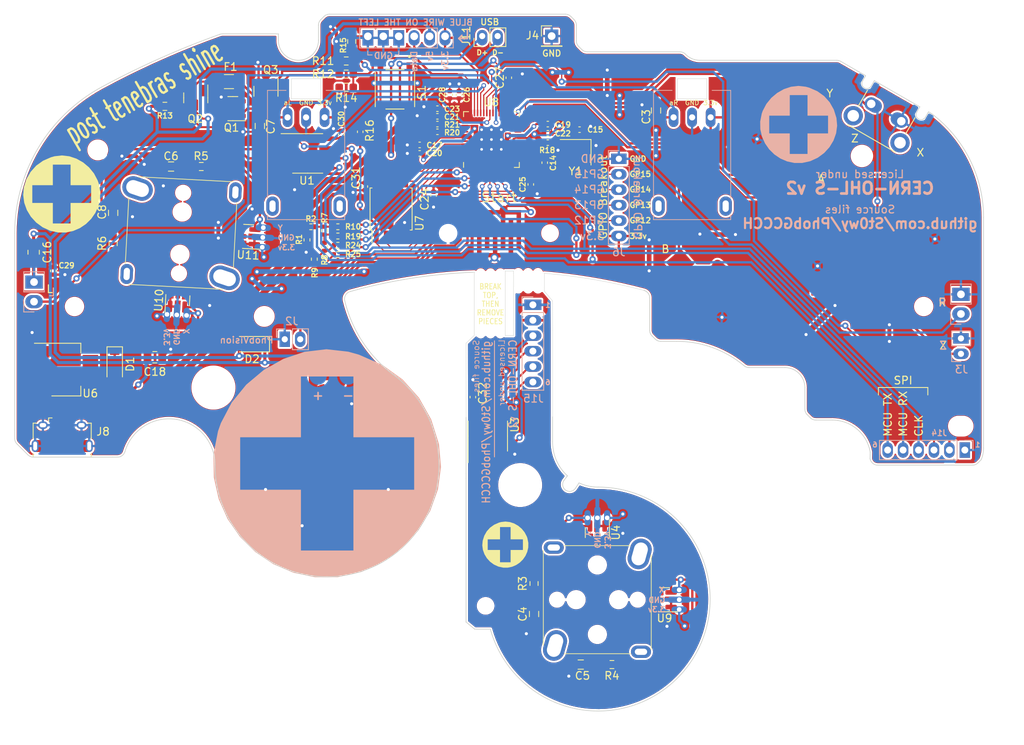
<source format=kicad_pcb>
(kicad_pcb (version 20211014) (generator pcbnew)
  (layers (0 "F.Cu" signal) (31 "B.Cu" signal) (36 "B.SilkS" user "B.Silkscreen") (37 "F.SilkS" user "F.Silkscreen") (38 "B.Mask" user) (39 "F.Mask" user) (44 "Edge.Cuts" user))
  (net 0 "")
  (net 1 "GND")
  (net 2 "+3V3")
  (net 3 "/A")
  (net 4 "/B")
  (net 5 "/X")
  (net 6 "/Y")
  (net 7 "/R")
  (net 8 "/Start")
  (net 9 "/Z")
  (net 10 "/Dleft")
  (net 11 "/Dup")
  (net 12 "/Dright")
  (net 13 "/Ddown")
  (net 14 "/Lanalog")
  (net 15 "/Ranalog")
  (net 16 "/L")
  (net 17 "/Stick_x_filt")
  (net 18 "/Stick_y_filt")
  (net 19 "/Ladder1")
  (net 20 "/Rumble")
  (net 21 "/C_x_filt")
  (net 22 "/C_y_filt")
  (net 23 "Net-(Q1-Pad1)")
  (net 24 "Net-(F1-Pad2)")
  (net 25 "Net-(Q1-Pad3)")
  (net 26 "/Brake")
  (net 27 "Net-(Q3-Pad1)")
  (net 28 "Net-(D2-Pad2)")
  (net 29 "VCC")
  (net 32 "/XIN")
  (net 33 "Net-(C15-Pad1)")
  (net 34 "+1V1")
  (net 35 "+5V")
  (net 36 "/V")
  (net 37 "/USB_D+")
  (net 38 "/USB_D-")
  (net 39 "/~{USB_BOOT}")
  (net 40 "/QSPI_SS")
  (net 41 "/XOUT")
  (net 42 "Net-(R20-Pad2)")
  (net 43 "Net-(R21-Pad2)")
  (net 44 "/QSPI_SD1")
  (net 45 "/QSPI_SD2")
  (net 46 "/QSPI_SD0")
  (net 47 "/QSPI_SCLK")
  (net 48 "/QSPI_SD3")
  (net 49 "/Ladder2")
  (net 50 "/Ladder3")
  (net 51 "/Ladder4")
  (net 52 "Net-(R1-Pad1)")
  (net 53 "Net-(R10-Pad1)")
  (net 54 "Net-(R19-Pad1)")
  (net 55 "Net-(R24-Pad1)")
  (net 56 "/GPIO12")
  (net 57 "/GPIO13")
  (net 58 "/GPIO14")
  (net 59 "/GPIO15")
  (net 60 "/SWCLK")
  (net 61 "/SWD")
  (net 62 "/RUN")
  (net 63 "/CS2")
  (net 64 "/CLK")
  (net 65 "/Dout")
  (net 66 "/Din")
  (net 67 "/GCC_DATA")
  (net 69 "/CS1")
  (net 70 "/H1XS")
  (net 71 "/H1YS")
  (net 72 "/H2YS")
  (net 73 "/H2XS")
  (net 74 "Net-(D1-Pad2)")
  (net 75 "/CLK2")
  (net 76 "/Dout2")
  (net 77 "/Din2")
  (net 78 "/CS2_2")
  (net 79 "/GND_C")
  (footprint "PhobGCC_2_0_0_footprints:ABXY_Contact_Omron_Switch" (layer "F.Cu") (at 152.24 51.08)
    (fp_text reference "SW1" hide)
    (fp_text value "A" hide)
  )
  (footprint "PhobGCC_2_0_0_footprints:ABXY_Contact_Omron_Switch" (layer "F.Cu") (at 137.04 58.78 41)
    (fp_text reference "SW2" hide)
    (fp_text value "B" hide)
  )
  (footprint "PhobGCC_2_0_0_footprints:Z_Switch_Edge_Omron" (layer "F.Cu") (at 161.141443 35.505 -30)
    (fp_text reference "SW8" hide)
    (fp_text value "Z" hide)
  )
  (footprint "PhobGCC_2_0_0_footprints:Dpad_Contact_TL3315NF_2" (layer "F.Cu") (at 80.74 81.13 180)
    (fp_text reference "SW9" hide)
    (fp_text value "Dleft" hide)
  )
  (footprint "PhobGCC_2_0_0_footprints:Dpad_Contact_TL3315NF_2" (layer "F.Cu") (at 88.69 73.18 -90)
    (fp_text reference "SW10" hide)
    (fp_text value "Dup" hide)
  )
  (footprint "PhobGCC_2_0_0_footprints:Dpad_Contact_TL3315NF_2" (layer "F.Cu") (at 96.64 81.13 180)
    (fp_text reference "SW11" hide)
    (fp_text value "Dright" hide)
  )
  (footprint "PhobGCC_2_0_0_footprints:Dpad_Contact_TL3315NF_2" (layer "F.Cu") (at 88.69 89.08 90)
    (fp_text reference "SW12" hide)
    (fp_text value "Ddown" hide)
  )
  (footprint "PhobGCC_2_0_0_footprints:GCC_Stickbox_Hall_Only" (layer "F.Cu") (at 69.795083 51.128232 177)
    (fp_text reference "U2" hide)
    (fp_text value "Stickbox_Assembly_Main")
  )
  (footprint "PhobGCC_2_0_0_footprints:C_0603_HandSoldering" (layer "F.Cu") (at 80 37.25 -90)
    (fp_text reference "C7")
    (fp_text value "0.047u")
  )
  (footprint "PhobGCC_2_0_0_footprints:C_0603_HandSoldering" (layer "F.Cu") (at 131.318 35.24 90)
    (fp_text reference "C3")
    (fp_text value "0.047u")
  )
  (footprint "PhobGCC_2_0_0_footprints:Start_Contact" (layer "F.Cu") (at 110.99 51.18)
    (fp_text reference "SW5" hide)
    (fp_text value "Start")
  )
  (footprint "PhobGCC_2_0_0_footprints:ABXY_Contact_Omron_Switch" (layer "F.Cu") (at 148.24 36.98 -63)
    (fp_text reference "SW4" hide)
    (fp_text value "Y" hide)
  )
  (footprint "PhobGCC_2_0_0_footprints:MountingHole_5.2mm" (layer "F.Cu") (at 73.99 71.13)
    (fp_text reference "H1" hide)
    (fp_text value "5.2mm")
  )
  (footprint "PhobGCC_2_0_0_footprints:MountingHole_2.0mm" (layer "F.Cu") (at 55.99 60.63)
    (fp_text reference "H3" hide)
    (fp_text value "2mm")
  )
  (footprint "PhobGCC_2_0_0_footprints:MountingHole_1.8mm" (layer "F.Cu") (at 104.39 51.13)
    (fp_text reference "H5" hide)
    (fp_text value "1.8mm")
  )
  (footprint "PhobGCC_2_0_0_footprints:MountingHole_1.8mm" (layer "F.Cu") (at 117.59 51.13)
    (fp_text reference "H6" hide)
    (fp_text value "1.8mm")
  )
  (footprint "PhobGCC_2_0_0_footprints:MountingHole_2.4mm" (layer "F.Cu") (at 157.99 41.13)
    (fp_text reference "H7" hide)
    (fp_text value "2.4mm")
  )
  (footprint "PhobGCC_2_0_0_footprints:MountingHole_2.0mm" (layer "F.Cu") (at 165.99 60.63)
    (fp_text reference "H4" hide)
    (fp_text value "2mm")
  )
  (footprint "PhobGCC_2_0_0_footprints:MountingHole_2.2mm" (layer "F.Cu") (at 59.006622 40.346621)
    (fp_text reference "H8" hide)
    (fp_text value "2.2mm")
  )
  (footprint "PhobGCC_2_0_0_footprints:ABXY_Contact_Omron_Switch" (layer "F.Cu") (at 166.54 47.68 12)
    (fp_text reference "SW3" hide)
    (fp_text value "X" hide)
  )
  (footprint "PhobGCC_2_0_0_footprints:Slot" (layer "F.Cu") (at 170.79 76.13)
    (fp_text reference "H2" hide)
    (fp_text value "Slot")
  )
  (footprint "PhobGCC_2_0_0_footprints:MountingHole_2.2mm" (layer "F.Cu") (at 80.573378 61.913378)
    (fp_text reference "H9" hide)
    (fp_text value "2.2mm")
  )
  (footprint "PhobGCC_2_0_0_footprints:Fuse_1206_3216Metric" (layer "F.Cu") (at 76 31.5)
    (fp_text reference "F1")
    (fp_text value "Fuse")
  )
  (footprint "PhobGCC_2_0_0_footprints:R_0603_1608Metric_Pad0.98x0.95mm_HandSolder" (layer "F.Cu") (at 91.19 32.23)
    (fp_text reference "R14")
    (fp_text value "10k")
  )
  (footprint "PhobGCC_2_0_0_footprints:SOIC-8_5.23x5.23mm_P1.27mm" (layer "F.Cu") (at 97 48 90)
    (fp_text reference "U7")
    (fp_text value "W25Q128JVS")
  )
  (footprint "PhobGCC_2_0_0_footprints:R_0402_1005Metric" (layer "F.Cu") (at 90.106 51.5)
    (fp_text reference "R19")
    (fp_text value "316")
  )
  (footprint "PhobGCC_2_0_0_footprints:R_0402_1005Metric" (layer "F.Cu") (at 86.606 50.3 180)
    (fp_text reference "R2")
    (fp_text value "180")
  )
  (footprint "PhobGCC_2_0_0_footprints:C_0402_1005Metric" (layer "F.Cu") (at 100.7 39.7 180)
    (fp_text reference "C17")
    (fp_text value "100n")
  )
  (footprint "PhobGCC_2_0_0_footprints:SOT-223-3_TabPin2" (layer "F.Cu") (at 54.9 68.8)
    (fp_text reference "U6")
    (fp_text value "AMS1117-3.3")
  )
  (footprint "PhobGCC_2_0_0_footprints:C_0402_1005Metric" (layer "F.Cu") (at 53.25 56.02 -90)
    (fp_text reference "C29")
    (fp_text value "100n")
  )
  (footprint "PhobGCC_2_0_0_footprints:Crystal_SMD_3225-4Pin_3.2x2.5mm" (layer "F.Cu") (at 120.9 40.65 180)
    (fp_text reference "Y1")
    (fp_text value "Crystal_GND24")
  )
  (footprint "PhobGCC_2_0_0_footprints:C_0402_1005Metric" (layer "F.Cu") (at 103 37)
    (fp_text reference "R21")
    (fp_text value "27")
  )
  (footprint "PhobGCC_2_0_0_footprints:R_0402_1005Metric" (layer "F.Cu") (at 88.356 50.8 90)
    (fp_text reference "R7")
    (fp_text value "180")
  )
  (footprint "PhobGCC_2_0_0_footprints:C_0402_1005Metric" (layer "F.Cu") (at 103 38)
    (fp_text reference "R20")
    (fp_text value "27")
  )
  (footprint "PhobGCC_2_0_0_footprints:C_0603_HandSoldering" (layer "F.Cu") (at 121.568 107.01 180)
    (fp_text reference "C5")
    (fp_text value "0.047u")
  )
  (footprint "PhobGCC_2_0_0_footprints:SW_TS-1187A-B-A-B" (layer "F.Cu") (at 97.5 32.5 -90)
    (fp_text reference "S1")
    (fp_text value "BOOTSEL")
  )
  (footprint "PhobGCC_2_0_0_footprints:C_0402_1005Metric" (layer "F.Cu") (at 105.8 33.2 90)
    (fp_text reference "C26")
    (fp_text value "100n")
  )
  (footprint "PhobGCC_2_0_0_footprints:SOT-23" (layer "F.Cu") (at 132.418 98.61 180)
    (fp_text reference "U9")
    (fp_text value "DRV5055A2xDBZxQ1")
  )
  (footprint "PhobGCC_2_0_0_footprints:C_0402_1005Metric" (layer "F.Cu") (at 102.5 46.25 -90)
    (fp_text reference "C24")
    (fp_text value "100n")
  )
  (footprint "PhobGCC_2_0_0_footprints:C_0402_1005Metric" (layer "F.Cu") (at 90.551 38.354 90)
    (fp_text reference "C30")
    (fp_text value "100n")
  )
  (footprint "PhobGCC_2_0_0_footprints:SOT-23" (layer "F.Cu") (at 123.716 89.91 -90)
    (fp_text reference "U4")
    (fp_text value "DRV5055A2xDBZxQ1")
  )
  (footprint "PhobGCC_2_0_0_footprints:R_0402_1005Metric" (layer "F.Cu") (at 90.106 50.3)
    (fp_text reference "R10")
    (fp_text value "316")
  )
  (footprint "PhobGCC_2_0_0_footprints:C_0402_1005Metric" (layer "F.Cu") (at 116.9 42 -90)
    (fp_text reference "C14")
    (fp_text value "27p")
  )
  (footprint "PhobGCC_2_0_0_footprints:C_0402_1005Metric" (layer "F.Cu") (at 107.5944 72.3646 90)
    (fp_text reference "C32")
    (fp_text value "100n")
  )
  (footprint "PhobGCC_2_0_0_footprints:R_0402_1005Metric" (layer "F.Cu") (at 87.056 54.5 90)
    (fp_text reference "R9")
    (fp_text value "180")
  )
  (footprint "PhobGCC_2_0_0_footprints:C_0805_2012Metric" (layer "F.Cu") (at 50.7 53.6 -90)
    (fp_text reference "C16")
    (fp_text value "10u")
  )
  (footprint "PhobGCC_2_0_0_footprints:R_0402_1005Metric" (layer "F.Cu") (at 86.106 52 -90)
    (fp_text reference "R1")
    (fp_text value "180")
  )
  (footprint "PhobGCC_2_0_0_footprints:SOIC-8_3.9x4.9mm_P1.27mm" (layer "F.Cu") (at 109.518 77.41 90)
    (fp_text reference "U3")
    (fp_text value "MCP3002")
  )
  (footprint "PhobGCC_2_0_0_footprints:C_0402_1005Metric" (layer "F.Cu") (at 117.3 38.2)
    (fp_text reference "C22")
    (fp_text value "100n")
  )
  (footprint "PhobGCC_2_0_0_footprints:RP2040-QFN-56" (layer "F.Cu") (at 110 39 90)
    (fp_text reference "U8")
    (fp_text value "RP2040")
  )
  (footprint "PhobGCC_2_0_0_footprints:C_0402_1005Metric" (layer "F.Cu") (at 100.7 40.8 180)
    (fp_text reference "C20")
    (fp_text value "100n")
  )
  (footprint "PhobGCC_2_0_0_footprints:SOT-23" (layer "F.Cu") (at 80.79 32.75 -90)
    (fp_text reference "Q3")
    (fp_text value "Q_NMOS_GSD")
  )
  (footprint "PhobGCC_2_0_0_footprints:R_0402_1005Metric" (layer "F.Cu") (at 90.106 53.9)
    (fp_text reference "R25")
    (fp_text value "316")
  )
  (footprint "PhobGCC_2_0_0_footprints:R_0603_1608Metric_Pad0.98x0.95mm_HandSolder" (layer "F.Cu") (at 67.7 34.7 180)
    (fp_text reference "R13")
    (fp_text value "10k")
  )
  (footprint "PhobGCC_2_0_0_footprints:PinHeader_1x01_P2.54mm_Vertical" (layer "F.Cu") (at 117.8 25.6)
    (fp_text reference "J4")
    (fp_text value "Conn_01x01")
  )
  (footprint "PhobGCC_2_0_0_footprints:C_0603_HandSoldering" (layer "F.Cu") (at 115.518 100.46 -90)
    (fp_text reference "C4")
    (fp_text value "0.047u")
  )
  (footprint "PhobGCC_2_0_0_footprints:breakaway-mousebites-double-v2-small" (layer "F.Cu") (at 114.5272 56.049325 180)
    (fp_text reference "H14" hide)
    (fp_text value "MouseBite" hide)
  )
  (footprint "PhobGCC_2_0_0_footprints:C_0603_HandSoldering" (layer "F.Cu") (at 68.5 42.5 180)
    (fp_text reference "C6")
    (fp_text value "0.047u")
  )
  (footprint "PhobGCC_2_0_0_footprints:C_0402_1005Metric" (layer "F.Cu") (at 93.599 45.085 -90)
    (fp_text reference "C31")
    (fp_text value "100n")
  )
  (footprint "PhobGCC_2_0_0_footprints:R_0603_1608Metric_Pad0.98x0.95mm_HandSolder" (layer "F.Cu") (at 91.9 26.3 -90)
    (fp_text reference "R15")
    (fp_text value "10k")
  )
  (footprint "PhobGCC_2_0_0_footprints:R_0603_1608Metric_Pad0.98x0.95mm_HandSolder" (layer "F.Cu") (at 115.518 96.51 90)
    (fp_text reference "R3")
    (fp_text value "2k")
  )
  (footprint "PhobGCC_2_0_0_footprints:C_0402_1005Metric" (layer "F.Cu") (at 117.3 39.4)
    (fp_text reference "R18")
    (fp_text value "1k")
  )
  (footprint "PhobGCC_2_0_0_footprints:R_0402_1005Metric" (layer "F.Cu") (at 90.106 52.7)
    (fp_text reference "R24")
    (fp_text value "316")
  )
  (footprint "PhobGCC_2_0_0_footprints:SOT-23" (layer "F.Cu") (at 78.475 51.575 177)
    (fp_text reference "U11")
    (fp_text value "DRV5055A2xDBZxQ1")
  )
  (footprint "PhobGCC_2_0_0_footprints:GCC_Stickbox_Hall_Only" (layer "F.Cu") (at 123.719 98.604552 -90)
    (fp_text reference "U5" hide)
    (fp_text value "Stickbox_Assembly_CStick")
  )
  (footprint "CrossBlack:10 Circle" (layer "F.Cu") (at 54.275866 46.00291)
    (fp_text reference "G***" hide)
    (fp_text value "LOGO" hide)
  )
  (footprint "PhobGCC_2_0_0_footprints:SOT-23" (layer "F.Cu") (at 69.350935 59.811215 87)
    (fp_text reference "U10")
    (fp_text value "DRV5055A2xDBZxQ1")
  )
  (footprint "PhobGCC_2_0_0_footprints:R_0603_1608Metric_Pad0.98x0.95mm_HandSolder" (layer "F.Cu") (at 125.6055 107.01)
    (fp_text reference "R4")
    (fp_text value "2k")
  )
  (footprint "PhobGCC_2_0_0_footprints:breakaway-mousebites-double-v2-large" (layer "F.Cu") (at 110.1104 62.67685)
    (fp_text reference "H15" hide)
    (fp_text value "MouseBite" hide)
  )
  (footprint "PhobGCC_2_0_0_footprints:R_0603_1608Metric_Pad0.98x0.95mm_HandSolder" (layer "F.Cu") (at 61 52.5 -90)
    (fp_text reference "R6")
    (fp_text value "2k")
  )
  (footprint "PhobGCC_2_0_0_footprints:D_SOD-123" (layer "F.Cu") (at 61.2 68.1 -90)
    (fp_text reference "D1")
    (fp_text value "MBR0520")
  )
  (footprint "PhobGCC_2_0_0_footprints:MountingHole_5.2mm" (layer "F.Cu") (at 113.719 83.754552 90)
    (fp_text reference "H11" hide)
    (fp_text value "MountingHole")
  )
  (footprint "PhobGCC_2_0_0_footprints:R_0402_1005Metric" (layer "F.Cu") (at 88.356 52.9 90)
    (fp_text reference "R8")
    (fp_text value "180")
  )
  (footprint "PhobGCC_2_0_0_footprints:C_0402_1005Metric" (layer "F.Cu") (at 104.6 33.2 90)
    (fp_text reference "C28")
    (fp_text value "100n")
  )
  (footprint "PhobGCC_2_0_0_footprints:C_0402_1005Metric" (layer "F.Cu") (at 103 36 180)
    (fp_text reference "C21")
    (fp_text value "1u")
  )
  (footprint "PhobGCC_2_0_0_footprints:PinHeader_1x02_P2.00mm_Vertical" (layer "F.Cu") (at 108.8 25.6 90)
    (fp_text reference "J11")
    (fp_text value "Conn_01x02")
  )
  (footprint "PhobGCC_2_0_0_footprints:SOT-23" (layer "F.Cu") (at 76.5 35 180)
    (fp_text reference "Q1")
    (fp_text value "Q_NMOS_GSD")
  )
  (footprint "PhobGCC_2_0_0_footprints:C_0402_1005Metric" (layer "F.Cu") (at 93 38 90)
    (fp_text reference "R16")
    (fp_text value "1k")
  )
  (footprint "PhobGCC_2_0_0_footprints:C_0402_1005Metric" (layer "F.Cu") (at 121.412 37.719)
    (fp_text reference "C15")
    (fp_text value "27p")
  )
  (footprint "PhobGCC_2_0_0_footprints:D_SOD-123" (layer "F.Cu") (at 79 65.51 180)
    (fp_text reference "D2")
    (fp_text value "M7C")
  )
  (footprint "PhobGCC_2_0_0_footprints:C_0402_1005Metric" (layer "F.Cu") (at 103 35 180)
    (fp_text reference "C23")
    (fp_text value "1u")
  )
  (footprint "CrossBlack:6 Circle" (layer "F.Cu") (at 111.76 91.44)
    (fp_text reference "G***" hide)
    (fp_text value "LOGO" hide)
  )
  (footprint "PhobGCC_2_0_0_footprints:MountingHole_2.0mm" (layer "F.Cu") (at 123.719 94.104552 90)
    (fp_text reference "H13" hide)
    (fp_text value "MountingHole")
  )
  (footprint "PhobGCC_2_0_0_footprints:USB_Micro-B_Amphenol_10118194_Horizontal" (layer "F.Cu") (at 54.4 77.4)
    (fp_text reference "J8")
    (fp_text value "USB_B_Micro")
  )
  (footprint "PhobGCC_2_0_0_footprints:R_0603_1608Metric_Pad0.98x0.95mm_HandSolder" (layer "F.Cu") (at 91.19 28.83 180)
    (fp_text reference "R11")
    (fp_text value "100R")
  )
  (footprint "PhobGCC_2_0_0_footprints:C_0402_1005Metric" (layer "F.Cu") (at 115.1 44.82 -90)
    (fp_text reference "C25")
    (fp_text value "100n")
  )
  (footprint "PhobGCC_2_0_0_footprints:R_0603_1608Metric_Pad0.98x0.95mm_HandSolder" (layer "F.Cu") (at 72.4125 42.5)
    (fp_text reference "R5")
    (fp_text value "2k")
  )
  (footprint "PhobGCC_2_0_0_footprints:MountingHole_2.0mm" (layer "F.Cu") (at 123.719 103.104552 90)
    (fp_text reference "H12" hide)
    (fp_text value "MountingHole")
  )
  (footprint "PhobGCC_2_0_0_footprints:SOIC-8_3.9x4.9mm_P1.27mm" (layer "F.Cu") (at 86.2 40.8)
    (fp_text reference "U1")
    (fp_text value "MCP3002")
  )
  (footprint "PhobGCC_2_0_0_footprints:MountingHole_1.8mm" (layer "F.Cu") (at 109.244 99.404552 90)
    (fp_text reference "H10" hide)
    (fp_text value "MountingHole")
  )
  (footprint "PhobGCC_2_0_0_footprints:C_0603_HandSoldering" (layer "F.Cu") (at 61 48.5 90)
    (fp_text reference "C8")
    (fp_text value "0.047u")
  )
  (footprint "PhobGCC_2_0_0_footprints:C_0402_1005Metric" (layer "F.Cu") (at 112.25 31 90)
    (fp_text reference "C27")
    (fp_text value "100n")
  )
  (footprint "PhobGCC_2_0_0_footprints:C_0805_2012Metric" (layer "F.Cu") (at 66.4 67.2)
    (fp_text reference "C18")
    (fp_text value "10u")
  )
  (footprint "PhobGCC_2_0_0_footprints:SOT-23" (layer "F.Cu") (at 71.7 33.6 -90)
    (fp_text reference "Q2")
    (fp_text value "Q_PMOS_GDS")
  )
  (footprint "PhobGCC_2_0_0_footprints:R_0603_1608Metric_Pad0.98x0.95mm_HandSolder" (layer "F.Cu") (at 91.19 30.53 180)
    (fp_text reference "R12")
    (fp_text value "100R")
  )
  (footprint "PhobGCC_2_0_0_footprints:C_0402_1005Metric" (layer "F.Cu") (at 117.3 37)
    (fp_text reference "C19")
    (fp_text value "100n")
  )
  (footprint "PhobGCC_2_0_0_footprints:Pin_Header_Straight_1x02_Pitch2.54mm" (layer "B.Cu") (at 50.75 60)
    (fp_text reference "SW6" hide)
    (fp_text value "L" hide)
  )
  (footprint "PhobGCC_2_0_0_footprints:Pin_Header_Straight_1x02_Pitch2.54mm" (layer "B.Cu") (at 170.815 61.595)
    (fp_text reference "SW7" hide)
    (fp_text value "R" hide)
  )
  (footprint "PhobGCC_2_0_0_footprints:GCC_Slider" (layer "B.Cu") (at 135.99 36.13 180)
    (fp_text reference "RV2" hide)
    (fp_text value "R_POT_MountingPin")
  )
  (footprint "PhobGCC_2_0_0_footprints:GCC_Slider" (layer "B.Cu") (at 85.99 36.13 180)
    (fp_text reference "RV1" hide)
    (fp_text value "R_POT_MountingPin")
  )
  (footprint "PhobGCC_2_0_0_footprints:GCC_Header_Straight_1x06_Pitch2.00mm" (layer "B.Cu") (at 103.99 25.63 90)
    (fp_text reference "J1" hide)
    (fp_text value "Conn_01x06_Female")
  )
  (footprint "PhobGCC_2_0_0_footprints:PinHeader_1x02_P2.00mm_Horizontal" (layer "B.Cu") (at 170.815 64.761 180)
    (fp_text reference "J3")
    (fp_text value "Conn_01x02")
  )
  (footprint "Connector_PinSocket_2.00mm:PinSocket_1x06_P2.00mm_Vertical" (layer "B.Cu") (at 126.5 51.5)
    (fp_text reference "J6")
    (fp_text value "Conn_01x06")
  )
  (footprint "PhobGCC_2_0_0_footprints:PinSocket_1x06_P2.00mm_Vertical" (layer "B.Cu") (at 115.3668 60.41 180)
    (fp_text reference "J15")
    (fp_text value "Conn_01x06")
  )
  (footprint "PhobGCC_2_0_0_footprints:rumble_pins" (layer "B.Cu") (at 88.332 69.118 -90)
    (fp_text reference "J5" hide)
    (fp_text value "Rumble" hide)
  )
  (footprint "PhobGCC_2_0_0_footprints:PinSocket_1x06_P2.00mm_Vertical" (layer "B.Cu") (at 171.3192 79.2226 90)
    (fp_text reference "J14")
    (fp_text value "Conn_01x06")
  )
  (footprint "CrossBlack:29,5 Circle" (layer "B.Cu") (at 88.9 80.784541 180)
    (fp_text reference "G***" hide)
    (fp_text value "LOGO" hide)
  )
  (footprint "CrossBlack:10 Circle" (layer "B.Cu") (at 149.851998 36.996056 180)
    (fp_text reference "G***" hide)
    (fp_text value "LOGO" hide)
  )
  (footprint "PhobGCC_2_0_0_footprints:PinHeader_1x02_P2.00mm_Vertical" (layer "B.Cu") (at 83.2264 64.8716 -90)
    (fp_text reference "J2")
    (fp_text value "Conn_01x02")
  )
  (gr_line (start 106.172 26.3144) (end 105.7656 25.908) (layer "B.SilkS") (width 0.2))
  (gr_line (start 106.8832 24.6888) (end 106.8832 25.908) (layer "B.SilkS") (width 0.2))
  (gr_line (start 94.5388 28.0416) (end 93.98 28.0416) (layer "B.SilkS") (width 0.12))
  (gr_line (start 97.536 28.0416) (end 97.9932 28.0416) (layer "B.SilkS") (width 0.12))
  (gr_line (start 110.3884 65.0748) (end 110.3884 80.1116) (layer "B.SilkS") (width 0.12))
  (gr_line (start 97.9932 28.0416) (end 97.9932 27.5336) (layer "B.SilkS") (width 0.12))
  (gr_line (start 105.7656 25.908) (end 106.172 25.5016) (layer "B.SilkS") (width 0.2))
  (gr_line (start 106.8832 25.908) (end 105.7656 25.908) (layer "B.SilkS") (width 0.2))
  (gr_line (start 93.98 28.0416) (end 93.98 27.5336) (layer "B.SilkS") (width 0.12))
  (gr_line (start 160.1216 71.12) (end 160.1216 72.0852) (layer "F.SilkS") (width 0.12))
  (gr_line (start 166.5224 71.12) (end 166.5224 72.0852) (layer "F.SilkS") (width 0.12))
  (gr_line (start 160.1216 71.12) (end 166.5224 71.12) (layer "F.SilkS") (width 0.12))
  (gr_line (start 84.09 33.73) (end 84.09 31.13) (layer "Edge.Cuts") (width 0.05))
  (gr_line (start 134.09 33.73) (end 134.09 31.13) (layer "Edge.Cuts") (width 0.05))
  (gr_line (start 112.86 64.388391) (end 112.8618 56.326618) (layer "Edge.Cuts") (width 0.05))
  (gr_line (start 160.035421 81.176124) (end 172.317318 81.176124) (layer "Edge.Cuts") (width 0.1))
  (gr_line (start 165.087895 35.462132) (end 165.486672 34.768607) (layer "Edge.Cuts") (width 0.1))
  (gr_arc (start 50.663 80.14) (mid 50.279398 80.062098) (end 49.954213 79.844213) (layer "Edge.Cuts") (width 0.1))
  (gr_line (start 51.645 80.139957) (end 50.663 80.14) (layer "Edge.Cuts") (width 0.1))
  (gr_line (start 119.842883 82.558942) (end 119.376378 83.178617) (layer "Edge.Cuts") (width 0.1))
  (gr_line (start 150.597106 71.137107) (end 150.597106 73.922893) (layer "Edge.Cuts") (width 0.1))
  (gr_line (start 152.011319 75.337107) (end 154.134915 75.337107) (layer "Edge.Cuts") (width 0.1))
  (gr_line (start 158.464731 30.730991) (end 155.228573 28.8702) (layer "Edge.Cuts") (width 0.1))
  (gr_arc (start 166.214873 36.110144) (mid 165.327396 36.349596) (end 165.087895 35.462132) (layer "Edge.Cuts") (width 0.1))
  (gr_line (start 134.09 31.13) (end 137.89 31.13) (layer "Edge.Cuts") (width 0.05))
  (gr_arc (start 48.247105 51.137105) (mid 51.28857 40.099145) (end 59.554446 32.176874) (layer "Edge.Cuts") (width 0.1))
  (gr_line (start 173.024425 80.883231) (end 173.438638 80.469018) (layer "Edge.Cuts") (width 0.1))
  (gr_line (start 159.591709 31.379003) (end 159.192932 32.072529) (layer "Edge.Cuts") (width 0.1))
  (gr_line (start 87.89 33.73) (end 84.09 33.73) (layer "Edge.Cuts") (width 0.05))
  (gr_line (start 106.7054 65.3796) (end 107.7722 64.3636) (layer "Edge.Cuts") (width 0.05))
  (gr_arc (start 129.749616 58.543703) (mid 130.288467 58.899951) (end 130.497106 59.511297) (layer "Edge.Cuts") (width 0.1))
  (gr_line (start 106.715107 101.504552) (end 107.824 102.423717) (layer "Edge.Cuts") (width 0.1))
  (gr_arc (start 90.998864 59.88648) (mid 91.110473 59.140878) (end 91.710992 58.685076) (layer "Edge.Cuts") (width 0.1))
  (gr_arc (start 87.597106 26.137107) (mid 84.997106 28.737107) (end 82.397106 26.137107) (layer "Edge.Cuts") (width 0.1))
  (gr_line (start 87.597106 24.180963) (end 87.597106 26.137107) (layer "Edge.Cuts") (width 0.1))
  (gr_arc (start 87.597106 24.180963) (mid 87.67324 23.798285) (end 87.889999 23.473856) (layer "Edge.Cuts") (width 0.1))
  (gr_arc (start 116.8618 56.326618) (mid 123.353576 57.156903) (end 129.749616 58.543702) (layer "Edge.Cuts") (width 0.05))
  (gr_line (start 166.997106 35.637107) (end 166.61365 35.41662) (layer "Edge.Cuts") (width 0.1))
  (gr_arc (start 131.911318 65.137107) (mid 131.528632 65.060994) (end 131.204212 64.844213) (layer "Edge.Cuts") (width 0.1))
  (gr_arc (start 136.997106 28.737107) (mid 135.981533 28.530562) (end 135.127319 27.943733) (layer "Edge.Cuts") (width 0.1))
  (gr_arc (start 123.824 84.023717) (mid 122.552654 83.885186) (end 121.341069 83.475824) (layer "Edge.Cuts") (width 0.1))
  (gr_line (start 120.874563 84.176335) (end 121.341069 83.475824) (layer "Edge.Cuts") (width 0.1))
  (gr_line (start 130.789999 64.43) (end 131.204212 64.844213) (layer "Edge.Cuts") (width 0.1))
  (gr_line (start 106.718 82.260552) (end 106.717957 82.882552) (layer "Edge.Cuts") (width 0.1))
  (gr_line (start 48.247107 60.692) (end 48.247 51.137105) (layer "Edge.Cuts") (width 0.1))
  (gr_line (start 159.064982 79.503773) (end 159.049408 80.34279) (layer "Edge.Cuts") (width 0.1))
  (gr_line (start 106.717957 92.183552) (end 106.715107 101.504552) (layer "Edge.Cuts") (width 0.1))
  (gr_arc (start 120.704213 23.473856) (mid 120.920996 23.798275) (end 120.997106 24.180963) (layer "Edge.Cuts") (width 0.1))
  (gr_line (start 150.889999 74.63) (end 151.304212 75.044213) (layer "Edge.Cuts") (width 0.1))
  (gr_line (start 111.7788 64.389609) (end 111.7788 56.03) (layer "Edge.Cuts") (width 0.05))
  (gr_line (start 117.924 78.123717) (end 117.924 74.923717) (layer "Edge.Cuts") (width 0.1))
  (gr_arc (start 166.997106 35.637107) (mid 171.965561 41.590379) (end 173.747106 49.137107) (layer "Edge.Cuts") (width 0.1))
  (gr_arc (start 74.833548 25.368395) (mid 74.999242 25.3248) (end 75.169945 25.310115) (layer "Edge.Cuts") (width 0.1))
  (gr_line (start 88.304212 23.059643) (end 87.889999 23.473856) (layer "Edge.Cuts") (width 0.1))
  (gr_line (start 112.8618 56.03) (end 112.8618 56.326618) (layer "Edge.Cuts") (width 0.05))
  (gr_arc (start 133.997106 65.137106) (mid 138.639987 65.953411) (end 142.725996 68.304417) (layer "Edge.Cuts") (width 0.1))
  (gr_arc (start 143.367271 68.537106) (mid 143.026181 68.477126) (end 142.725996 68.304417) (layer "Edge.Cuts") (width 0.1))
  (gr_line (start 166.61365 35.41662) (end 166.214873 36.110145) (layer "Edge.Cuts") (width 0.1))
  (gr_line (start 60.946 80.139957) (end 51.645 80.139957) (layer "Edge.Cuts") (width 0.1))
  (gr_line (start 137.89 31.13) (end 137.89 33.73) (layer "Edge.Cuts") (width 0.05))
  (gr_line (start 120.997106 26.224375) (end 120.997106 24.180963) (layer "Edge.Cuts") (width 0.1))
  (gr_arc (start 122.411319 27.638589) (mid 122.028633 27.562474) (end 121.704212 27.345696) (layer "Edge.Cuts") (width 0.1))
  (gr_line (start 82.397106 25.310115) (end 75.169945 25.310115) (layer "Edge.Cuts") (width 0.1))
  (gr_line (start 120.704212 23.473856) (end 120.289999 23.059643) (layer "Edge.Cuts") (width 0.1))
  (gr_arc (start 62.525292 79.424399) (mid 69.101063 75.238705) (end 74.197105 81.137107) (layer "Edge.Cuts") (width 0.1))
  (gr_line (start 84.09 31.13) (end 87.89 31.13) (layer "Edge.Cuts") (width 0.05))
  (gr_arc (start 154.134914 75.337106) (mid 157.362394 76.518301) (end 159.064982 79.503773) (layer "Edge.Cuts") (width 0.1))
  (gr_line (start 165.486672 34.768607) (end 159.591709 31.379003) (layer "Edge.Cuts") (width 0.1))
  (gr_arc (start 121.289999 26.931482) (mid 121.073232 26.607056) (end 120.997106 26.224375) (layer "Edge.Cuts") (width 0.1))
  (gr_line (start 130.497106 59.511297) (end 130.497106 63.722893) (layer "Edge.Cuts") (width 0.1))
  (gr_line (start 48.247107 60.692) (end 48.247107 76.664) (layer "Edge.Cuts") (width 0.1))
  (gr_arc (start 97.361544 69.510519) (mid 95.201553 94.096358) (end 74.197105 81.137107) (layer "Edge.Cuts") (width 0.1))
  (gr_line (start 111.7788 64.389609) (end 112.86 64.388391) (layer "Edge.Cuts") (width 0.05))
  (gr_arc (start 88.304212 23.059642) (mid 88.628634 22.842865) (end 89.011319 22.766749) (layer "Edge.Cuts") (width 0.1))
  (gr_line (start 82.397106 26.137107) (end 82.397106 25.310115) (layer "Edge.Cuts") (width 0.1))
  (gr_line (start 107.824 102.423717) (end 109.858328 102.423717) (layer "Edge.Cuts") (width 0.1))
  (gr_arc (start 152.011318 75.337107) (mid 151.628632 75.260994) (end 151.304212 75.044213) (layer "Edge.Cuts") (width 0.1))
  (gr_line (start 134.40817 27.638589) (end 122.411319 27.638589) (layer "Edge.Cuts") (width 0.1))
  (gr_line (start 117.924 63.695835) (end 117.9068 59.8932) (layer "Edge.Cuts") (width 0.05))
  (gr_arc (start 59.554445 32.176874) (mid 67.06439 28.481781) (end 74.833548 25.368394) (layer "Edge.Cuts") (width 0.1))
  (gr_line (start 173.747106 78.922893) (end 173.747106 49.137107) (layer "Edge.Cuts") (width 0.1))
  (gr_arc (start 150.889999 74.63) (mid 150.673227 74.305576) (end 150.597106 73.922893) (layer "Edge.Cuts") (width 0.1))
  (gr_line (start 117.9068 59.8932) (end 116.8618 58.645093) (layer "Edge.Cuts") (width 0.05))
  (gr_arc (start 160.03542 81.176124) (mid 159.389924 80.939885) (end 159.049408 80.34279) (layer "Edge.Cuts") (width 0.1))
  (gr_line (start 119.582892 22.766749) (end 89.011319 22.766749) (layer "Edge.Cuts") (width 0.1))
  (gr_line (start 154.730102 28.737107) (end 136.997106 28.737107) (layer "Edge.Cuts") (width 0.1))
  (gr_line (start 87.89 31.13) (end 87.89 33.73) (layer "Edge.Cuts") (width 0.05))
  (gr_line (start 48.54 78.43) (end 49.954213 79.844213) (layer "Edge.Cuts") (width 0.1))
  (gr_line (start 158.065954 31.424516) (end 158.464731 30.730991) (layer "Edge.Cuts") (width 0.1))
  (gr_arc (start 159.192932 32.072528) (mid 158.305412 32.312055) (end 158.065954 31.424516) (layer "Edge.Cuts") (width 0.1))
  (gr_arc (start 91.710992 58.685076) (mid 99.669286 56.966979) (end 107.773266 56.1848) (layer "Edge.Cuts") (width 0.1))
  (gr_line (start 111.7788 56.03) (end 112.8618 56.03) (layer "Edge.Cuts") (width 0.05))
  (gr_line (start 137.89 33.73) (end 134.09 33.73) (layer "Edge.Cuts") (width 0.05))
  (gr_arc (start 173.024425 80.883231) (mid 172.7 81.1) (end 172.317318 81.176124) (layer "Edge.Cuts") (width 0.1))
  (gr_line (start 117.924 74.923717) (end 117.924 63.695835) (layer "Edge.Cuts") (width 0.05))
  (gr_line (start 106.717957 82.882552) (end 106.717957 92.183552) (layer "Edge.Cuts") (width 0.1))
  (gr_arc (start 173.747106 78.922894) (mid 173.669241 79.711192) (end 173.438638 80.469017) (layer "Edge.Cuts") (width 0.1))
  (gr_arc (start 119.582893 22.766749) (mid 119.965576 22.84287) (end 120.289999 23.059643) (layer "Edge.Cuts") (width 0.1))
  (gr_arc (start 97.361543 69.510519) (mid 93.338817 65.254761) (end 90.998865 59.886481) (layer "Edge.Cuts") (width 0.1))
  (gr_arc (start 147.997106 68.537107) (mid 149.835579 69.298634) (end 150.597106 71.137107) (layer "Edge.Cuts") (width 0.1))
  (gr_line (start 116.8618 56.326618) (end 116.8618 58.645093) (layer "Edge.Cuts") (width 0.05))
  (gr_arc (start 120.874563 84.176335) (mid 119.626662 84.426561) (end 119.376378 83.178617) (layer "Edge.Cuts") (width 0.1))
  (gr_line (start 48.247107 76.664) (end 48.247 77.722893) (layer "Edge.Cuts") (width 0.1))
  (gr_arc (start 134.40817 27.638589) (mid 134.79878 27.718019) (end 135.127319 27.943733) (layer "Edge.Cuts") (width 0.1))
  (gr_arc (start 123.824 84.023717) (mid 135.374437 107.290544) (end 109.858328 102.423717) (layer "Edge.Cuts") (width 0.1))
  (gr_line (start 106.718 82.260552) (end 106.718 75.005) (layer "Edge.Cuts") (width 0.1))
  (gr_line (start 61.57 80.14) (end 60.946 80.139957) (layer "Edge.Cuts") (width 0.1))
  (gr_arc (start 154.730102 28.737106) (mid 154.988068 28.770953) (end 155.228573 28.8702) (layer "Edge.Cuts") (width 0.1))
  (gr_line (start 121.704212 27.345696) (end 121.289999 26.931482) (layer "Edge.Cuts") (width 0.1))
  (gr_arc (start 62.525291 79.424399) (mid 62.165506 79.939537) (end 61.57 80.14) (layer "Edge.Cuts") (width 0.1))
  (gr_line (start 106.718 75.005) (end 106.7054 65.3796) (layer "Edge.Cuts") (width 0.05))
  (gr_line (start 107.7722 64.3636) (end 107.773266 56.1848) (layer "Edge.Cuts") (width 0.05))
  (gr_line (start 143.367271 68.537107) (end 147.997106 68.537107) (layer "Edge.Cuts") (width 0.1))
  (gr_arc (start 119.842883 82.558942) (mid 118.408322 80.546891) (end 117.924 78.123717) (layer "Edge.Cuts") (width 0.1))
  (gr_arc (start 130.789999 64.43) (mid 130.573227 64.105576) (end 130.497106 63.722893) (layer "Edge.Cuts") (width 0.1))
  (gr_arc (start 48.539999 78.43) (mid 48.323203 78.105575) (end 48.247 77.722893) (layer "Edge.Cuts") (width 0.1))
  (gr_line (start 131.911319 65.137107) (end 133.997106 65.137107) (layer "Edge.Cuts") (width 0.1))
  (gr_text "X" (at 132.4864 97.3328) (layer "B.SilkS") (effects (font (size 0.7 0.7)) (justify left mirror)))
  (gr_text "github.com/St0wy/PhobGCCCH\n" (at 157.734 49.8856) (layer "B.SilkS") (effects (font (size 1.3 1.3) (thickness 0.275)) (justify mirror)))
  (gr_text "R" (at 168.402 60.0964) (layer "B.SilkS") (effects (font (size 1 1)) (justify mirror)))
  (gr_text "PhobVision" (at 78.2828 64.9732) (layer "B.SilkS") (effects (font (size 0.85 0.85)) (justify mirror)))
  (gr_text "6" (at 159.6644 78.5368) (layer "B.SilkS") (effects (font (size 0.65 0.65)) (justify mirror)))
  (gr_text "Data" (at 99.9744 27.432 90) (layer "B.SilkS") (effects (font (size 0.8 0.8)) (justify left mirror)))
  (gr_text "3.3v" (at 103.9876 27.432 90) (layer "B.SilkS") (effects (font (size 0.8 0.8)) (justify left mirror)))
  (gr_text "3.3v" (at 67.9196 63.3984 270) (layer "B.SilkS") (effects (font (size 0.7 0.7)) (justify right mirror)))
  (gr_text "GP12" (at 124.714 49.4792) (layer "B.SilkS") (effects (font (size 1 1)) (justify left mirror)))
  (gr_text "3.3v" (at 82.2452 52.9844) (layer "B.SilkS") (effects (font (size 0.7 0.7)) (justify right mirror)))
  (gr_text "3.3v" (at 124.714 51.5112) (layer "B.SilkS") (effects (font (size 1 1)) (justify left mirror)))
  (gr_text "GP14" (at 124.714 45.466) (layer "B.SilkS") (effects (font (size 1 1)) (justify left mirror)))
  (gr_text "GND" (at 123.698 89.7128 270) (layer "B.SilkS") (effects (font (size 0.7 0.7)) (justify right mirror)))
  (gr_text "L" (at 53.086 58.7756) (layer "B.SilkS") (effects (font (size 1 1)) (justify mirror)))
  (gr_text "CERN-OHL-S v2" (at 112.771306 64.811208 90) (layer "B.SilkS") (effects (font (size 1 0.9)) (justify left mirror)))
  (gr_text "GND" (at 82.2452 51.7144) (layer "B.SilkS") (effects (font (size 0.7 0.7)) (justify right mirror)))
  (gr_text "3.3v" (at 125.0188 89.7128 270) (layer "B.SilkS") (effects (font (size 0.7 0.7)) (justify right mirror)))
  (gr_text "GND" (at 132.588 98.6536) (layer "B.SilkS") (effects (font (size 0.7 0.7)) (justify left mirror)))
  (gr_text "GND" (at 124.714 41.5) (layer "B.SilkS") (effects (font (size 1 1)) (justify left mirror)))
  (gr_text "6" (at 117.2972 70.4596) (layer "B.SilkS") (effects (font (size 0.65 0.65)) (justify mirror)))
  (gr_text "Licensed under" (at 157.734 43.4848) (layer "B.SilkS") (effects (font (size 1 1)) (justify mirror)))
  (gr_text "GND" (at 69.1896 63.3984 270) (layer "B.SilkS") (effects (font (size 0.7 0.7)) (justify right mirror)))
  (gr_text "X" (at 70.4596 63.3984 270) (layer "B.SilkS") (effects (font (size 0.7 0.7)) (justify right mirror)))
  (gr_text "1" (at 172.974 78.5368) (layer "B.SilkS") (effects (font (size 0.65 0.65)) (justify mirror)))
  (gr_text "Licensed under" (at 111.340481 64.832956 90) (layer "B.SilkS") (effects (font (size 0.75 0.75) (thickness 0.1)) (justify left mirror)))
  (gr_text "Source files" (at 108.029268 64.898202 90) (layer "B.SilkS") (effects (font (size 0.75 0.75) (thickness 0.1)) (justify left mirror)))
  (gr_text "GND" (at 96.012 28.1432) (layer "B.SilkS") (effects (font (size 0.8 0.8)) (justify mirror)))
  (gr_text "1" (at 117.2972 60.452) (layer "B.SilkS") (effects (font (size 0.65 0.65)) (justify mirror)))
  (gr_text "5v" (at 102.0064 27.432 90) (layer "B.SilkS") (effects (font (size 0.8 0.8)) (justify left mirror)))
  (gr_text "3.3v" (at 132.588 99.8728) (layer "B.SilkS") (effects (font (size 0.7 0.7)) (justify left mirror)))
  (gr_text "CERN-OHL-S v2" (at 157.734 45.3136) (layer "B.SilkS") (effects (font (size 1.5 1.5) (thickness 0.35)) (justify mirror)))
  (gr_text "Y" (at 82.2452 50.4444) (layer "B.SilkS") (effects (font (size 0.7 0.7)) (justify right mirror)))
  (gr_text "Source files" (at 157.734 48.0568) (layer "B.SilkS") (effects (font (size 1 1)) (justify mirror)))
  (gr_text "Y" (at 122.4788 89.7128 270) (layer "B.SilkS") (effects (font (size 0.7 0.7)) (justify right mirror)))
  (gr_text "github.com/St0wy/PhobGCCCH\n" (at 109.31479 64.998648 90) (layer "B.SilkS") (effects (font (size 1 0.9)) (justify left mirror)))
  (gr_text "Z" (at 168.5036 65.6844) (layer "B.SilkS") (effects (font (size 1 1)) (justify mirror)))
  (gr_text "GPIO Breakout" (at 128.9304 46.482 270) (layer "B.SilkS") (effects (font (size 1 1)) (justify mirror)))
  (gr_text "GP15" (at 124.714 43.4848) (layer "B.SilkS") (effects (font (size 1 1)) (justify left mirror)))
  (gr_text "GP13" (at 124.714 47.498) (layer "B.SilkS") (effects (font (size 1 1)) (justify left mirror)))
  (gr_text "BLUE WIRE ON THE LEFT" (at 100.1776 23.8252) (layer "B.SilkS") (effects (font (size 0.8 0.8)) (justify mirror)))
  (gr_text "GPIO Breakout" (at 124.46 46.482 -270) (layer "F.SilkS") (effects (font (size 1 1))))
  (gr_text "GND" (at 135.9916 34.2392) (layer "F.SilkS") (effects (font (size 0.6 0.6) (thickness 0.1))))
  (gr_text "D-" (at 110.8436 27.7368) (layer "F.SilkS") (effects (font (size 0.65 0.65))))
  (gr_text "MCU TX" (at 161.3408 77.5716 -270) (layer "F.SilkS") (effects (font (size 1 1)) (justify left)))
  (gr_text "D+" (at 108.8136 27.7368) (layer "F.SilkS") (effects (font (size 0.65 0.65))))
  (gr_text "Y" (at 153.8224 33.02) (layer "F.SilkS") (effects (font (size 1 1))))
  (gr_text "aL" (at 83.6168 34.2392) (layer "F.SilkS") (effects (font (size 0.6 0.6) (thickness 0.1))))
  (gr_text "MCU RX" (at 163.322 77.5716 -270) (layer "F.SilkS") (effects (font (size 1 1)) (justify left)))
  (gr_text "Z" (at 168.5036 65.6844) (layer "F.SilkS") (effects (font (size 1 1))))
  (gr_text "3.3v" (at 138.3792 34.2392) (layer "F.SilkS") (effects (font (size 0.6 0.6) (thickness 0.1))))
  (gr_text "CLK" (at 165.354 77.5716 -270) (layer "F.SilkS") (effects (font (size 1 1)) (justify left)))
  (gr_text "post tenebras shine" (at 64.977085 32.836525 30) (layer "F.SilkS") (effects (font (size 3 1.5) (thickness 0.3))))
  (gr_text "aR" (at 133.604 34.2392) (layer "F.SilkS") (effects (font (size 0.6 0.6) (thickness 0.1))))
  (gr_text "GP14" (at 127.8128 45.466) (layer "F.SilkS") (effects (font (size 0.7 0.7)) (justify left)))
  (gr_text "GND" (at 86.0044 34.2392) (layer "F.SilkS") (effects (font (size 0.6 0.6) (thickness 0.1))))
  (gr_text "3.3v" (at 88.392 34.2392) (layer "F.SilkS") (effects (font (size 0.6 0.6) (thickness 0.1))))
  (gr_text "3.3v" (at 127.8128 51.5112) (layer "F.SilkS") (effects (font (size 0.7 0.7)) (justify left)))
  (gr_text "BREAK\nTOP,\nTHEN\nREMOVE\nPIECES" (at 109.8804 60.2996) (layer "F.SilkS") (effects (font (size 0.7 0.6) (thickness 0.11))))
  (gr_text "Z" (at 157.0736 38.862) (layer "F.SilkS") (effects (font (size 1 1))))
  (gr_text "B" (at 132.5372 53.1876) (layer "F.SilkS") (effects (font (size 1 1))))
  (gr_text "GP13" (at 127.8128 47.498) (layer "F.SilkS") (effects (font (size 0.7 0.7)) (justify left)))
  (gr_text "GP12" (at 127.8128 49.4792) (layer "F.SilkS") (effects (font (size 0.7 0.7)) (justify left)))
  (gr_text "X" (at 165.5572 40.6908) (layer "F.SilkS") (effects (font (size 1 1))))
  (gr_text "GP15" (at 127.8128 43.4848) (layer "F.SilkS") (effects (font (size 0.7 0.7)) (justify left)))
  (gr_text "GND" (at 117.8052 27.8384) (layer "F.SilkS") (effects (font (size 0.8 0.8))))
  (gr_text "R" (at 168.402 60.0964) (layer "F.SilkS") (effects (font (size 1 1))))
  (gr_text "A" (at 152.7048 44.0944) (layer "F.SilkS") (effects (font (size 1 1))))
  (gr_text "L" (at 52.7812 58.3692) (layer "F.SilkS") (effects (font (size 1 1))))
  (gr_text "USB" (at 109.7788 23.7744) (layer "F.SilkS") (effects (font (size 0.8 0.8))))
  (gr_text "SPI" (at 163.322 70.2056) (layer "F.SilkS") (effects (font (size 1 1))))
  (gr_text "GND" (at 127.8128 41.5) (layer "F.SilkS") (effects (font (size 0.7 0.7)) (justify left)))
  (segment (start 120.72 42.48) (end 116.9 42.48) (width 0.15) (layer "F.Cu") (net 1))
  (segment (start 77.4375 34.05) (end 75.55 34.05) (width 0.3) (layer "F.Cu") (net 1))
  (segment (start 113.4375 40) (end 114.814994 40) (width 0.15) (layer "F.Cu") (net 1))
  (segment (start 86 52.616) (end 86.106 52.51) (width 0.25) (layer "F.Cu") (net 1))
  (segment (start 102.52 35) (end 101.5 35) (width 0.2) (layer "F.Cu") (net 1))
  (segment (start 68.453 66.167) (end 68.383 66.167) (width 0.3) (layer "F.Cu") (net 1))
  (segment (start 89.916 25.146) (end 89.154 24.384) (width 0.4) (layer "F.Cu") (net 1))
  (segment (start 57.3 78.7) (end 55.4 78.7) (width 0.3) (layer "F.Cu") (net 1))
  (segment (start 77.538785 51.525935) (end 77.538785 49.461215) (width 0.3) (layer "F.Cu") (net 1))
  (segment (start 92.357 45.565) (end 93.599 45.565) (width 0.25) (layer "F.Cu") (net 1))
  (segment (start 101.25 33.55) (end 103 31.8) (width 0.4) (layer "F.Cu") (net 1))
  (segment (start 89.916 26.289) (end 89.916 25.146) (width 0.4) (layer "F.Cu") (net 1))
  (segment (start 91.059 34.798) (end 90.3 34.039) (width 0.25) (layer "F.Cu") (net 1))
  (segment (start 112.27 30.5) (end 112.25 30.52) (width 0.2) (layer "F.Cu") (net 1))
  (segment (start 79.84 29.09) (end 79.84 31.8125) (width 0.3) (layer "F.Cu") (net 1))
  (segment (start 115.9256 46.0248) (end 115.8248 46.0248) (width 0.3) (layer "F.Cu") (net 1))
  (segment (start 121.539 36.957) (end 121.892 37.31) (width 0.15) (layer "F.Cu") (net 1))
  (segment (start 90.551 37.874) (end 89.817 37.874) (width 0.25) (layer "F.Cu") (net 1))
  (segment (start 122.5 41.5) (end 122 41.5) (width 0.6) (layer "F.Cu") (net 1))
  (segment (start 91.9 25.3875) (end 92.1425 25.63) (width 0.25) (layer "F.Cu") (net 1))
  (segment (start 105.8 32.72) (end 105.8 31.9) (width 0.2) (layer "F.Cu") (net 1))
  (segment (start 100.3808 35.9156) (end 101.25 35.0464) (width 0.25) (layer "F.Cu") (net 1))
  (segment (start 120 39.5) (end 121.7 41.2) (width 0.15) (layer "F.Cu") (net 1))
  (segment (start 92.075 45.847) (end 92.357 45.565) (width 0.25) (layer "F.Cu") (net 1))
  (segment (start 119.204 39.8) (end 119.8 39.8) (width 0.15) (layer "F.Cu") (net 1))
  (segment (start 122 41.2) (end 120.72 42.48) (width 0.15) (layer "F.Cu") (net 1))
  (segment (start 114 30.5) (end 112.27 30.5) (width 0.2) (layer "F.Cu") (net 1))
  (segment (start 103 31.8) (end 104.6 31.8) (width 0.4) (layer "F.Cu") (net 1))
  (segment (start 120.904 36.957) (end 121.539 36.957) (width 0.15) (layer "F.Cu") (net 1))
  (segment (start 122.4026 37.719) (end 122.8344 37.2872) (width 0.15) (layer "F.Cu") (net 1))
  (segment (start 89.817 37.874) (end 89.535 37.592) (width 0.25) (layer "F.Cu") (net 1))
  (segment (start 101.25 34.75) (end 101.25 33.55) (width 0.4) (layer "F.Cu") (net 1))
  (segment (start 115.8248 46.0248) (end 115.1 45.3) (width 0.3) (layer "F.Cu") (net 1))
  (segment (start 62.05 47.55) (end 63.5 49) (width 0.3) (layer "F.Cu") (net 1))
  (segment (start 53.4 78.7) (end 55.4 78.7) (width 0.3) (layer "F.Cu") (net 1))
  (segment (start 123.5456 40.4544) (end 122.5 41.5) (width 0.6) (layer "F.Cu") (net 1))
  (segment (start 118.618 40.386) (end 119.204 39.8) (width 0.15) (layer "F.Cu") (net 1))
  (segment (start 121.892 37.31) (end 121.892 37.719) (width 0.15) (layer "F.Cu") (net 1))
  (segment (start 77.538785 49.461215) (end 79 48) (width 0.3) (layer "F.Cu") (net 1))
  (segment (start 119.8 39.5) (end 120 39.5) (width 0.15) (layer "F.Cu") (net 1))
  (segment (start 130.429 51.996) (end 130.429 56.007) (width 0.6) (layer "F.Cu") (net 1))
  (segment (start 98.905 51.6) (end 98.905 49.905) (width 0.2) (layer "F.Cu") (net 1))
  (segment (start 79.8 38) (end 80 38.2) (width 0.25) (layer "F.Cu") (net 1))
  (segment (start 55.7 76) (end 56.9 76) (width 0.3) (layer "F.Cu") (net 1))
  (segment (start 100.22 39.7) (end 99.1 39.7) (width 0.2) (layer "F.Cu") (net 1))
  (segment (start 54.75 56.5) (end 53.25 56.5) (width 0.3) (layer "F.Cu") (net 1))
  (segment (start 77.8005 38) (end 79.8 38) (width 0.25) (layer "F.Cu") (net 1))
  (segment (start 83.725 42.505) (end 83.725 44.725) (width 0.3) (layer "F.Cu") (net 1))
  (segment (start 90.3 34.039) (end 90.3 32.2525) (width 0.25) (layer "F.Cu") (net 1))
  (segment (start 50.7 54.55) (end 50.7 57.41) (width 0.4) (layer "F.Cu") (net 1))
  (segment (start 51.75 66.5) (end 51.75 65.25) (width 0.6) (layer "F.Cu") (net 1))
  (segment (start 117.78 37) (end 117.78 38.2) (width 0.15) (layer "F.Cu") (net 1))
  (segment (start 92.1425 25.63) (end 93.99 25.63) (width 0.25) (layer "F.Cu") (net 1))
  (segment (start 74.6252 49.7332) (end 74.6252 51.7652) (width 0.5) (layer "F.Cu") (net 1))
  (segment (start 100.3808 35.9156) (end 100.4652 36) (width 0.2) (layer "F.Cu") (net 1))
  (segment (start 121.7 41.2) (end 122 41.2) (width 0.15) (layer "F.Cu") (net 1))
  (segment (start 63.9572 41.148) (end 65.024 42.2148) (width 0.5) (layer "F.Cu") (net 1))
  (segment (start 50.7 57.41) (end 50.75 57.46) (width 0.4) (layer "F.Cu") (net 1))
  (segment (start 75.55 34.05) (end 75 33.5) (width 0.3) (layer "F.Cu") (net 1))
  (segment (start 100.3808 35.9156) (end 99.7906 35.9156) (width 0.25) (layer "F.Cu") (net 1))
  (segment (start 86 53.6) (end 86 52.616) (width 0.25) (layer "F.Cu") (net 1))
  (segment (start 73.5 60.5) (end 71.875 58.875) (width 0.3) (layer "F.Cu") (net 1))
  (segment (start 117.78 38.2) (end 119.026 38.2) (width 0.15) (layer "F.Cu") (net 1))
  (segment (start 116.2 41.385006) (end 116.2 42.2) (width 0.15) (layer "F.Cu") (net 1))
  (segment (start 83.725 44.725) (end 84.5 45.5) (width 0.3) (layer "F.Cu") (net 1))
  (segment (start 137.058 51.308) (end 137 51.25) (width 0.6) (layer "F.Cu") (net 1))
  (segment (start 51.75 65.25) (end 50.5 64) (width 0.6) (layer "F.Cu") (net 1))
  (segment (start 150.749 64.262) (end 150.749 64.251) (width 0.8) (layer "F.Cu") (net 1))
  (segment (start 98.905 49.905) (end 98.75 49.75) (width 0.15) (layer "F.Cu") (net 1))
  (segment (start 116.48 42.48) (end 116.9 42.48) (width 0.15) (layer "F.Cu") (net 1))
  (segment (start 67.55 42.5) (end 67.55 44.95) (width 0.3) (layer "F.Cu") (net 1))
  (segment (start 150.749 64.251) (end 154.5 60.5) (width 0.8) (layer "F.Cu") (net 1))
  (segment (start 114.814994 40) (end 116.2 41.385006) (width 0.15) (layer "F.Cu") (net 1))
  (segment (start 67.55 44.95) (end 67.5 45) (width 0.3) (layer "F.Cu") (net 1))
  (segment (start 79.75 29) (end 79.84 29.09) (width 0.3) (layer "F.Cu") (net 1))
  (segment (start 101.5 35) (end 101.25 34.75) (width 0.2) (layer "F.Cu") (net 1))
  (segment (start 99.7906 35.9156) (end 99.375 35.5) (width 0.25) (layer "F.Cu") (net 1))
  (segment (start 161.544 65.151) (end 161.544 62.992) (width 0.5) (layer "F.Cu") (net 1))
  (segment (start 101.25 35.0464) (end 101.25 34.75) (width 0.25) (layer "F.Cu") (net 1))
  (segment (start 129.71 34.29) (end 131.318 34.29) (width 0.3) (layer "F.Cu") (net 1))
  (segment (start 119.026 38.2) (end 120.269 36.957) (width 0.15) (layer "F.Cu") (net 1))
  (segment (start 123.5456 39.7764) (end 123.5456 40.4544) (width 0.6) (layer "F.Cu") (net 1))
  (segment (start 116.2 42.2) (end 116.48 42.48) (width 0.15) (layer "F.Cu") (net 1))
  (segment (start 68.383 66.167) (end 67.35 67.2) (width 0.3) (layer "F.Cu") (net 1))
  (segment (start 141.605 51.308) (end 137.058 51.308) (width 0.6) (layer "F.Cu") (net 1))
  (segment (start 90.3 32.2525) (end 90.2775 32.23) (width 0.25) (layer "F.Cu") (net 1))
  (segment (start 71.875 58.875) (end 69.4 58.875) (width 0.3) (layer "F.Cu") (net 1))
  (segment (start 129.5 34.5) (end 129.71 34.29) (width 0.3) (layer "F.Cu") (net 1))
  (segment (start 99.375 29.5) (end 99.375 35.5) (width 0.25) (layer "F.Cu") (net 1))
  (segment (start 61 47.55) (end 62.05 47.55) (width 0.3) (layer "F.Cu") (net 1))
  (segment (start 121.892 37.719) (end 122.4026 37.719) (width 0.15) (layer "F.Cu") (net 1))
  (segment (start 100.22 40.8) (end 99.1 40.8) (width 0.2) (layer "F.Cu") (net 1))
  (segment (start 100.4652 36) (end 102.52 36) (width 0.2) (layer "F.Cu") (net 1))
  (segment (start 51.5 78.7) (end 53.4 78.7) (width 0.3) (layer "F.Cu") (net 1))
  (segment (start 120.269 36.957) (end 120.904 36.957) (width 0.15) (layer "F.Cu") (net 1))
  (segment (start 125 33.3) (end 125 30) (width 0.6) (layer "F.Cu") (net 1))
  (segment (start 104.6 31.8) (end 104.6 32.72) (width 0.2) (layer "F.Cu") (net 1))
  (segment (start 62.1284 41.148) (end 63.9572 41.148) (width 0.5) (layer "F.Cu") (net 1))
  (segment (start 102.5 47.75) (end 102.5 46.78) (width 0.2) (layer "F.Cu") (net 1))
  (via (at 96.64 84.33) (size 0.8) (drill 0.4) (layers "F.Cu" "B.Cu") (net 1))
  (via (at 74.6252 51.7652) (size 0.8) (drill 0.4) (layers "F.Cu" "B.Cu") (net 1))
  (via (at 122.8344 37.2872) (size 0.8) (drill 0.4) (layers "F.Cu" "B.Cu") (net 1))
  (via (at 101.25 34.75) (size 0.8) (drill 0.4) (layers "F.Cu" "B.Cu") (net 1))
  (via (at 115.9256 46.0248) (size 0.8) (drill 0.4) (layers "F.Cu" "B.Cu") (net 1))
  (via (at 89.154 24.384) (size 0.8) (drill 0.4) (layers "F.Cu" "B.Cu") (net 1))
  (via (at 73.5 60.5) (size 0.8) (drill 0.4) (layers "F.Cu" "B.Cu") (net 1))
  (via (at 102.5 47.75) (size 0.8) (drill 0.4) (layers "F.Cu" "B.Cu") (net 1))
  (via (at 129.5 34.5) (size 0.8) (drill 0.4) (layers "F.Cu" "B.Cu") (net 1))
  (via (at 118.618 40.386) (size 0.8) (drill 0.4) (layers "F.Cu" "B.Cu") (net 1))
  (via (at 79.75 29) (size 0.8) (drill 0.4) (layers "F.Cu" "B.Cu") (net 1))
  (via (at 92.075 45.847) (size 0.8) (drill 0.4) (layers "F.Cu" "B.Cu") (net 1))
  (via (at 77.8005 38) (size 0.8) (drill 0.4) (layers "F.Cu" "B.Cu") (net 1))
  (via (at 154.5 60.5) (size 0.8) (drill 0.4) (layers "F.Cu" "B.Cu") (net 1))
  (via (at 130.429 56.007) (size 0.8) (drill 0.4) (layers "F.Cu" "B.Cu") (net 1))
  (via (at 65.024 42.2148) (size 0.8) (drill 0.4) (layers "F.Cu" "B.Cu") (net 1))
  (via (at 125 30) (size 0.8) (drill 0.4) (layers "F.Cu" "B.Cu") (net 1))
  (via (at 150.749 64.262) (size 0.8) (drill 0.4) (layers "F.Cu" "B.Cu") (net 1))
  (via (at 137 51.25) (size 0.8) (drill 0.4) (layers "F.Cu" "B.Cu") (net 1))
  (via (at 85.471 89.027) (size 0.8) (drill 0.4) (layers "F.Cu" "B.Cu") (net 1))
  (via (at 91.059 34.798) (size 0.8) (drill 0.4) (layers "F.Cu" "B.Cu") (net 1))
  (via (at 98.75 49.75) (size 0.8) (drill 0.4) (layers "F.Cu" "B.Cu") (net 1))
  (via (at 123.5456 39.7764) (size 0.8) (drill 0.4) (layers "F.Cu" "B.Cu") (net 1))
  (via (at 89.916 26.289) (size 0.8) (drill 0.4) (layers "F.Cu" "B.Cu") (net 1))
  (via (at 50.5 64) (size 0.8) (drill 0.4) (layers "F.Cu" "B.Cu") (net 1))
  (via (at 141.605 51.308) (size 0.8) (drill 0.4) (layers "F.Cu" "B.Cu") (net 1))
  (via (at 161.544 62.992) (size 0.8) (drill 0.4) (layers "F.Cu" "B.Cu") (net 1))
  (via (at 75 33.5) (size 0.8) (drill 0.4) (layers "F.Cu" "B.Cu") (net 1))
  (via (at 161.544 65.151) (size 0.8) (drill 0.4) (layers "F.Cu" "B.Cu") (net 1))
  (via (at 125 33.3) (size 0.8) (drill 0.4) (layers "F.Cu" "B.Cu") (net 1))
  (via (at 91.89 73.23) (size 0.8) (drill 0.4) (layers "F.Cu" "B.Cu") (net 1))
  (via (at 99.1 40.8) (size 0.8) (drill 0.4) (layers "F.Cu" "B.Cu") (net 1))
  (via (at 86 53.6) (size 0.8) (drill 0.4) (layers "F.Cu" "B.Cu") (net 1))
  (via (at 84.5 45.5) (size 0.8) (drill 0.4) (layers "F.Cu" "B.Cu") (net 1))
  (via (at 62.1284 41.148) (size 0.8) (drill 0.4) (layers "F.Cu" "B.Cu") (net 1))
  (via (at 68.453 66.167) (size 0.8) (drill 0.4) (layers "F.Cu" "B.Cu") (net 1))
  (via (at 79 48) (size 0.8) (drill 0.4) (layers "F.Cu" "B.Cu") (net 1))
  (via (at 104.6 31.8) (size 0.8) (drill 0.4) (layers "F.Cu" "B.Cu") (net 1))
  (via (at 100.3808 35.9156) (size 0.8) (drill 0.4) (layers "F.Cu" "B.Cu") (net 1))
  (via (at 54.75 56.5) (size 0.8) (drill 0.4) (layers "F.Cu" "B.Cu") (net 1))
  (via (at 130.429 51.996) (size 0.8) (drill 0.4) (layers "F.Cu" "B.Cu") (net 1))
  (via (at 114 30.5) (size 0.8) (drill 0.4) (layers "F.Cu" "B.Cu") (net 1))
  (via (at 99.1 39.7) (size 0.8) (drill 0.4) (layers "F.Cu" "B.Cu") (net 1))
  (via (at 63.5 49) (size 0.8) (drill 0.4) (layers "F.Cu" "B.Cu") (net 1))
  (via (at 89.535 37.592) (size 0.8) (drill 0.4) (layers "F.Cu" "B.Cu") (net 1))
  (via (at 74.6252 49.7332) (size 0.8) (drill 0.4) (layers "F.Cu" "B.Cu") (net 1))
  (via (at 105.8 31.8) (size 0.8) (drill 0.4) (layers "F.Cu" "B.Cu") (net 1))
  (via (at 80.74 84.33) (size 0.8) (drill 0.4) (layers "F.Cu" "B.Cu") (net 1))
  (via (at 67.5 45) (size 0.8) (drill 0.4) (layers "F.Cu" "B.Cu") (net 1))
  (segment (start 111 33.08) (end 112.25 31.83) (width 0.15) (layer "F.Cu") (net 2))
  (segment (start 107.4 42.4375) (end 105.3125 42.4375) (width 0.15) (layer "F.Cu") (net 2))
  (segment (start 102.093 38.75) (end 105.17 38.75) (width 0.25) (layer "F.Cu") (net 2))
  (segment (start 105.88 33.68) (end 105.8 33.68) (width 0.2) (layer "F.Cu") (net 2))
  (segment (start 102.5 45.25) (end 102.5 45.77) (width 0.15) (layer "F.Cu") (net 2))
  (segment (start 105.4 38.4) (end 107 38.4) (width 0.15) (layer "F.Cu") (net 2))
  (segment (start 111 35.5625) (end 111 33.08) (width 0.15) (layer "F.Cu") (net 2))
  (segment (start 107.35048 38.75048) (end 106.5625 38.75048) (width 0.15) (layer "F.Cu") (net 2))
  (segment (start 101.18 39.7) (end 101.18 39.663) (width 0.25) (layer "F.Cu") (net 2))
  (segment (start 115.57 38.3032) (end 115.6968 38.3032) (width 0.25) (layer "F.Cu") (net 2))
  (segment (start 115.32 38.2) (end 114.72 38.8) (width 0.25) (layer "F.Cu") (net 2))
  (segment (start 105.09952 38.70048) (end 105.4 38.4) (width 0.15) (layer "F.Cu") (net 2))
  (segment (start 112.25 31.83) (end 112.25 31.48) (width 0.15) (layer "F.Cu") (net 2))
  (segment (start 107 38.4) (end 107.35048 38.75048) (width 0.15) (layer "F.Cu") (net 2))
  (segment (start 114.72 38.8) (end 113.4375 38.8) (width 0.25) (layer "F.Cu") (net 2))
  (segment (start 105.12452 38.72548) (end 106.5625 38.72548) (width 0.2) (layer "F.Cu") (net 2))
  (segment (start 106.6 38.8) (end 106.625 38.775) (width 0.2) (layer "F.Cu") (net 2))
  (segment (start 115.8 38.2) (end 115.32 38.2) (width 0.25) (layer "F.Cu") (net 2))
  (segment (start 105.3125 42.4375) (end 102.5 45.25) (width 0.15) (layer "F.Cu") (net 2))
  (segment (start 116.82 38.2) (end 115.8 38.2) (width 0.25) (layer "F.Cu") (net 2))
  (segment (start 115.6968 38.3032) (end 115.8 38.2) (width 0.25) (layer "F.Cu") (net 2))
  (segment (start 101.18 39.663) (end 102.093 38.75) (width 0.25) (layer "F.Cu") (net 2))
  (segment (start 105.09952 38.70048) (end 105.12452 38.72548) (width 0.2) (layer "F.Cu") (net 2))
  (via (at 82.804 58.3184) (size 0.8) (drill 0.4) (layers "F.Cu" "B.Cu") (net 2))
  (via (at 94.8 31.7) (size 0.8) (drill 0.4) (layers "F.Cu" "B.Cu") (net 2))
  (via (at 117.9 30.3) (size 0.8) (drill 0.4) (layers "F.Cu" "B.Cu") (net 2))
  (via (at 131.3 37.8) (size 0.8) (drill 0.4) (layers "F.Cu" "B.Cu") (net 2))
  (via (at 79.629 56.134) (size 0.8) (drill 0.4) (layers "F.Cu" "B.Cu") (net 2))
  (via (at 78.994 57.023) (size 0.8) (drill 0.4) (layers "F.Cu" "B.Cu") (net 2))
  (via (at 100.4 31.7) (size 0.8) (drill 0.4) (layers "F.Cu" "B.Cu") (net 2))
  (via (at 115.57 38.3032) (size 0.8) (drill 0.4) (layers "F.Cu" "B.Cu") (net 2))
  (via (at 118.8212 37.2364) (size 0.8) (drill 0.4) (layers "F.Cu" "B.Cu") (net 2))
  (via (at 120 30.3) (size 0.8) (drill 0.4) (layers "F.Cu" "B.Cu") (net 2))
  (via (at 66.675 61.849) (size 0.8) (drill 0.4) (layers "F.Cu" "B.Cu") (net 2))
  (via (at 93.5 56.1) (size 0.8) (drill 0.4) (layers "F.Cu" "B.Cu") (net 2))
  (via (at 126.6 35.8) (size 0.8) (drill 0.4) (layers "F.Cu" "B.Cu") (net 2))
  (via (at 80.518 54.229) (size 0.8) (drill 0.4) (layers "F.Cu" "B.Cu") (net 2))
  (via (at 126.6 33.3) (size 0.8) (drill 0.4) (layers "F.Cu" "B.Cu") (net 2))
  (via (at 131.3 41.1) (size 0.8) (drill 0.4) (layers "F.Cu" "B.Cu") (net 2))
  (segment (start 66.876762 61.647238) (end 67.972062 61.647238) (width 0.3) (layer "B.Cu") (net 2))
  (segment (start 80.314089 54.025089) (end 80.314089 52.951253) (width 0.3) (layer "B.Cu") (net 2))
  (segment (start 79.663 56.1) (end 93.5 56.1) (width 0.6) (layer "B.Cu") (net 2))
  (segment (start 117.9 30.3) (end 120 30.3) (width 0.6) (layer "B.Cu") (net 2))
  (segment (start 80.2894 58.3184) (end 78.994 57.023) (width 0.5) (layer "B.Cu") (net 2))
  (segment (start 80.518 54.229) (end 80.314089 54.025089) (width 0.3) (layer "B.Cu") (net 2))
  (segment (start 100.4 31.7) (end 94.8 31.7) (width 0.6) (layer "B.Cu") (net 2))
  (segment (start 66.675 61.849) (end 66.876762 61.647238) (width 0.3) (layer "B.Cu") (net 2))
  (segment (start 117.609745 38.447855) (end 118.8212 37.2364) (width 0.25) (layer "B.Cu") (net 2))
  (segment (start 131.3 37.8) (end 131.3 41.1) (width 0.6) (layer "B.Cu") (net 2))
  (segment (start 126.6 33.3) (end 126.6 35.8) (width 0.6) (layer "B.Cu") (net 2))
  (segment (start 115.714655 38.447855) (end 117.609745 38.447855) (width 0.25) (layer "B.Cu") (net 2))
  (segment (start 115.57 38.3032) (end 115.714655 38.447855) (width 0.25) (layer "B.Cu") (net 2))
  (segment (start 79.629 56.134) (end 79.663 56.1) (width 0.6) (layer "B.Cu") (net 2))
  (segment (start 82.804 58.3184) (end 80.2894 58.3184) (width 0.5) (layer "B.Cu") (net 2))
  (segment (start 114.034994 36.4) (end 114.4 36.034994) (width 0.15) (layer "F.Cu") (net 3))
  (segment (start 151.86 46.5) (end 142.864282 46.5) (width 0.3) (layer "F.Cu") (net 3))
  (segment (start 142.864282 46.5) (end 135.864282 39.5) (width 0.3) (layer "F.Cu") (net 3))
  (segment (start 114.4 34.6) (end 115 34) (width 0.15) (layer "F.Cu") (net 3))
  (segment (start 135.864282 39.5) (end 127.8 39.5) (width 0.3) (layer "F.Cu") (net 3))
  (segment (start 113.4375 36.4) (end 114.034994 36.4) (width 0.15) (layer "F.Cu") (net 3))
  (segment (start 122.25048 33.95048) (end 115.04952 33.95048) (width 0.3) (layer "F.Cu") (net 3))
  (segment (start 114.4 36.034994) (end 114.4 34.6) (width 0.15) (layer "F.Cu") (net 3))
  (segment (start 152.24 46.88) (end 151.86 46.5) (width 0.3) (layer "F.Cu") (net 3))
  (segment (start 115.04952 33.95048) (end 115 34) (width 0.3) (layer "F.Cu") (net 3))
  (segment (start 127.8 39.5) (end 122.25048 33.95048) (width 0.3) (layer "F.Cu") (net 3))
  (segment (start 127.6 40) (end 122.1 34.5) (width 0.3) (layer "F.Cu") (net 4))
  (segment (start 114.8 36.2) (end 114.8 35.2) (width 0.15) (layer "F.Cu") (net 4))
  (segment (start 114.8 35.2) (end 115.5 34.5) (width 0.15) (layer "F.Cu") (net 4))
  (segment (start 113.4375 36.8) (end 114.2 36.8) (width 0.15) (layer "F.Cu") (net 4))
  (segment (start 114.2 36.8) (end 114.8 36.2) (width 0.15) (layer "F.Cu") (net 4))
  (segment (start 134.284552 55.61022) (end 134.284552 41.784552) (width 0.3) (layer "F.Cu") (net 4))
  (segment (start 122.1 34.5) (end 115.5 34.5) (width 0.3) (layer "F.Cu") (net 4))
  (segment (start 132.5 40) (end 127.6 40) (width 0.3) (layer "F.Cu") (net 4))
  (segment (start 134.284552 41.784552) (end 132.5 40) (width 0.3) (layer "F.Cu") (net 4))
  (segment (start 165.666771 43.57178) (end 140.57178 43.57178) (width 0.3) (layer "F.Cu") (net 5))
  (segment (start 122.40096 33.40096) (end 114 33.40096) (width 0.3) (layer "F.Cu") (net 5))
  (segment (start 140.57178 43.57178) (end 136 39) (width 0.3) (layer "F.Cu") (net 5))
  (segment (start 112.6 34.8) (end 114 33.4) (width 0.15) (layer "F.Cu") (net 5))
  (segment (start 128 39) (end 122.40096 33.40096) (width 0.3) (layer "F.Cu") (net 5))
  (segment (start 136 39) (end 128 39) (width 0.3) (layer "F.Cu") (net 5))
  (segment (start 112.6 35.5625) (end 112.6 34.8) (width 0.15) (layer "F.Cu") (net 5))
  (segment (start 152.5 34.555467) (end 152.5 33) (width 0.3) (layer "F.Cu") (net 6))
  (segment (start 122.587157 32.95144) (end 113.54856 32.95144) (width 0.3) (layer "F.Cu") (net 6))
  (segment (start 130 33.5) (end 128.8 33.5) (width 0.3) (layer "F.Cu") (net 6))
  (segment (start 128.8 33.5) (end 127.5 34.8) (width 0.3) (layer "F.Cu") (net 6))
  (segment (start 124.435717 34.8) (end 122.587157 32.95144) (width 0.3) (layer "F.Cu") (net 6))
  (segment (start 127.5 34.8) (end 124.435717 34.8) (width 0.3) (layer "F.Cu") (net 6))
  (segment (start 150 30.5) (end 133 30.5) (width 0.3) (layer "F.Cu") (net 6))
  (segment (start 133 30.5) (end 130 33.5) (width 0.3) (layer "F.Cu") (net 6))
  (segment (start 112.2 34.3) (end 113.6 32.9) (width 0.15) (layer "F.Cu") (net 6))
  (segment (start 112.2 35.5625) (end 112.2 34.3) (width 0.15) (layer "F.Cu") (net 6))
  (segment (start 151.982227 35.07324) (end 152.5 34.555467) (width 0.3) (layer "F.Cu") (net 6))
  (segment (start 152.5 33) (end 150 30.5) (width 0.3) (layer "F.Cu") (net 6))
  (segment (start 113.4872 35.3568) (end 113.4872 35.5092) (width 0.15) (layer "F.Cu") (net 7))
  (segment (start 111.4 35.956382) (end 111.4 35.5625) (width 0.15) (layer "F.Cu") (net 7))
  (segment (start 113.4872 35.5092) (end 112.7944 36.202) (width 0.15) (layer "F.Cu") (net 7))
  (segment (start 111.645618 36.202) (end 111.4 35.956382) (width 0.15) (layer "F.Cu") (net 7))
  (segment (start 112.7944 36.202) (end 111.645618 36.202) (width 0.15) (layer "F.Cu") (net 7))
  (via (at 113.4872 35.3568) (size 0.6) (drill 0.35) (layers "F.Cu" "B.Cu") (net 7))
  (segment (start 113.4872 35.3128) (end 114.704739 34.095261) (width 0.3) (layer "B.Cu") (net 7))
  (segment (start 114.704739 34.095261) (end 122.295261 34.095261) (width 0.3) (layer "B.Cu") (net 7))
  (segment (start 113.4872 35.3568) (end 113.4872 35.3128) (width 0.3) (layer "B.Cu") (net 7))
  (segment (start 143.682856 52.601442) (end 155.081414 64) (width 0.3) (layer "B.Cu") (net 7))
  (segment (start 122.295261 34.095261) (end 140.801442 52.601442) (width 0.3) (layer "B.Cu") (net 7))
  (segment (start 155.081414 64) (end 168.41 64) (width 0.3) (layer "B.Cu") (net 7))
  (segment (start 140.801442 52.601442) (end 143.682856 52.601442) (width 0.3) (layer "B.Cu") (net 7))
  (segment (start 168.41 64) (end 170.815 61.595) (width 0.3) (layer "B.Cu") (net 7))
  (segment (start 114.3 47.6) (end 112.07 47.6) (width 0.3) (layer "F.Cu") (net 8))
  (segment (start 115.1 48.4) (end 114.3 47.6) (width 0.3) (layer "F.Cu") (net 8))
  (segment (start 109.8 45.0755) (end 109.8 42.4375) (width 0.15) (layer "F.Cu") (net 8))
  (segment (start 112.07 47.6) (end 111.59 48.08) (width 0.3) (layer "F.Cu") (net 8))
  (via (at 109.8 45.0755) (size 0.6) (drill 0.35) (layers "F.Cu" "B.Cu") (net 8))
  (via (at 115.1 48.4) (size 0.8) (drill 0.4) (layers "F.Cu" "B.Cu") (net 8))
  (segment (start 111.922862 48.3) (end 109.8 46.177138) (width 0.3) (layer "B.Cu") (net 8))
  (segment (start 115 48.3) (end 111.922862 48.3) (width 0.3) (layer "B.Cu") (net 8))
  (segment (start 109.8 46.177138) (end 109.8 45.0755) (width 0.3) (layer "B.Cu") (net 8))
  (segment (start 115.1 48.4) (end 115 48.3) (width 0.3) (layer "B.Cu") (net 8))
  (segment (start 128.5 33) (end 127.2 34.3) (width 0.3) (layer "F.Cu") (net 9))
  (segment (start 132.772381 29.950481) (end 129.722862 33) (width 0.3) (layer "F.Cu") (net 9))
  (segment (start 124.571435 34.3) (end 122.771435 32.5) (width 0.3) (layer "F.Cu") (net 9))
  (segment (start 113 32.5) (end 111.8 33.7) (width 0.15) (layer "F.Cu") (net 9))
  (segment (start 122.771435 32.5) (end 113 32.5) (width 0.3) (layer "F.Cu") (net 9))
  (segment (start 160 58.527) (end 160 47) (width 0.3) (layer "F.Cu") (net 9))
  (segment (start 111.8 33.7) (end 111.8 35.5625) (width 0.15) (layer "F.Cu") (net 9))
  (segment (start 158.38 34.38) (end 153.950481 29.950481) (width 0.3) (layer "F.Cu") (net 9))
  (segment (start 168.234 66.761) (end 160 58.527) (width 0.3) (layer "F.Cu") (net 9))
  (segment (start 170.815 66.761) (end 168.234 66.761) (width 0.3) (layer "F.Cu") (net 9))
  (segment (start 153.950481 29.950481) (end 132.772381 29.950481) (width 0.3) (layer "F.Cu") (net 9))
  (segment (start 159.192886 34.38) (end 158.38 34.38) (width 0.3) (layer "F.Cu") (net 9))
  (segment (start 129.722862 33) (end 128.5 33) (width 0.3) (layer "F.Cu") (net 9))
  (segment (start 127.2 34.3) (end 124.571435 34.3) (width 0.3) (layer "F.Cu") (net 9))
  (via (at 160 47) (size 0.8) (drill 0.4) (layers "F.Cu" "B.Cu") (net 9))
  (segment (start 160 35.187114) (end 159.192886 34.38) (width 0.3) (layer "B.Cu") (net 9))
  (segment (start 160 47) (end 160 35.187114) (width 0.3) (layer "B.Cu") (net 9))
  (segment (start 87.75 65.722862) (end 87.75 58.5) (width 0.3) (layer "F.Cu") (net 10))
  (segment (start 106.790495 46.524511) (end 105.198351 46.524511) (width 0.15) (layer "F.Cu") (net 10))
  (segment (start 92.37596 53.87404) (end 100.12596 53.87404) (width 0.3) (layer "F.Cu") (net 10))
  (segment (start 112.6 45.7) (end 107.615006 45.7) (width 0.15) (layer "F.Cu") (net 10))
  (segment (start 107.615006 45.7) (end 106.790495 46.524511) (width 0.15) (layer "F.Cu") (net 10))
  (segment (start 112.8 45) (end 112.8 45.5) (width 0.15) (layer "F.Cu") (net 10))
  (segment (start 102.25 51.75) (end 102.250001 49.472861) (width 0.3) (layer "F.Cu") (net 10))
  (segment (start 111.4 43.6) (end 112.8 45) (width 0.15) (layer "F.Cu") (net 10))
  (segment (start 104.986431 46.736431) (end 105.123351 46.599511) (width 0.3) (layer "F.Cu") (net 10))
  (segment (start 80.74 77.93) (end 83.75 74.92) (width 0.3) (layer "F.Cu") (net 10))
  (segment (start 112.8 45.5) (end 112.6 45.7) (width 0.15) (layer "F.Cu") (net 10))
  (segment (start 111.4 42.4375) (end 111.4 43.6) (width 0.15) (layer "F.Cu") (net 10))
  (segment (start 105.198351 46.524511) (end 104.986431 46.736431) (width 0.15) (layer "F.Cu") (net 10))
  (segment (start 102.250001 49.472861) (end 104.986431 46.736431) (width 0.3) (layer "F.Cu") (net 10))
  (segment (start 100.12596 53.87404) (end 102.25 51.75) (width 0.3) (layer "F.Cu") (net 10))
  (segment (start 87.75 58.5) (end 92.37596 53.87404) (width 0.3) (layer "F.Cu") (net 10))
  (segment (start 83.75 69.722862) (end 87.75 65.722862) (width 0.3) (layer "F.Cu") (net 10))
  (segment (start 83.75 74.92) (end 83.75 69.722862) (width 0.3) (layer "F.Cu") (net 10))
  (segment (start 100.353579 54.423559) (end 102.79952 51.977618) (width 0.3) (layer "F.Cu") (net 11))
  (segment (start 92.576441 54.423559) (end 100.353579 54.423559) (width 0.3) (layer "F.Cu") (net 11))
  (segment (start 88.25 58.75) (end 92.576441 54.423559) (width 0.3) (layer "F.Cu") (net 11))
  (segment (start 105.575969 46.924031) (end 105.25 47.25) (width 0.15) (layer "F.Cu") (net 11))
  (segment (start 102.79952 51.977618) (end 102.79952 49.70048) (width 0.3) (layer "F.Cu") (net 11))
  (segment (start 85.49 73.18) (end 85.49 68.76) (width 0.3) (layer "F.Cu") (net 11))
  (segment (start 102.79952 49.70048) (end 105.25 47.25) (width 0.3) (layer "F.Cu") (net 11))
  (segment (start 113.30048 44.935474) (end 113.30048 45.69952) (width 0.15) (layer "F.Cu") (net 11))
  (segment (start 88.25 66) (end 88.25 58.75) (width 0.3) (layer "F.Cu") (net 11))
  (segment (start 111.8 43.434994) (end 113.30048 44.935474) (width 0.15) (layer "F.Cu") (net 11))
  (segment (start 106.955981 46.924031) (end 105.575969 46.924031) (width 0.15) (layer "F.Cu") (net 11))
  (segment (start 112.9 46.1) (end 107.780012 46.1) (width 0.15) (layer "F.Cu") (net 11))
  (segment (start 85.49 68.76) (end 88.25 66) (width 0.3) (layer "F.Cu") (net 11))
  (segment (start 113.30048 45.69952) (end 112.9 46.1) (width 0.15) (layer "F.Cu") (net 11))
  (segment (start 111.8 42.4375) (end 111.8 43.434994) (width 0.15) (layer "F.Cu") (net 11))
  (segment (start 107.780012 46.1) (end 106.955981 46.924031) (width 0.15) (layer "F.Cu") (net 11))
  (segment (start 102.798573 53.25) (end 100.725974 55.322599) (width 0.3) (layer "F.Cu") (net 12))
  (segment (start 106.9 48.3) (end 106.9 52.35) (width 0.3) (layer "F.Cu") (net 12))
  (segment (start 96.64 71.64) (end 96.64 77.93) (width 0.3) (layer "F.Cu") (net 12))
  (segment (start 108.2 47) (end 113.4 47) (width 0.15) (layer "F.Cu") (net 12))
  (segment (start 114.2 44.7) (end 112.6 43.1) (width 0.15) (layer "F.Cu") (net 12))
  (segment (start 89.25 59.021436) (end 89.25 64.25) (width 0.3) (layer "F.Cu") (net 12))
  (segment (start 112.6 43.1) (end 112.6 42.4375) (width 0.15) (layer "F.Cu") (net 12))
  (segment (start 100.725974 55.322599) (end 92.948837 55.322599) (width 0.3) (layer "F.Cu") (net 12))
  (segment (start 113.4 47) (end 114.2 46.2) (width 0.15) (layer "F.Cu") (net 12))
  (segment (start 106 53.25) (end 102.798573 53.25) (width 0.3) (layer "F.Cu") (net 12))
  (segment (start 106.9 48.3) (end 108.2 47) (width 0.15) (layer "F.Cu") (net 12))
  (segment (start 114.2 46.2) (end 114.2 44.7) (width 0.15) (layer "F.Cu") (net 12))
  (segment (start 89.25 64.25) (end 96.64 71.64) (width 0.3) (layer "F.Cu") (net 12))
  (segment (start 106.9 52.35) (end 106 53.25) (width 0.3) (layer "F.Cu") (net 12))
  (segment (start 92.948837 55.322599) (end 89.25 59.021436) (width 0.3) (layer "F.Cu") (net 12))
  (segment (start 112.2 43.269988) (end 112.2 42.4375) (width 0.15) (layer "F.Cu") (net 13))
  (segment (start 113.2 46.5) (end 113.7 46) (width 0.15) (layer "F.Cu") (net 13))
  (segment (start 94.234 75.5904) (end 94.234 70.011138) (width 0.3) (layer "F.Cu") (net 13))
  (segment (start 88.75 58.885718) (end 92.762639 54.873079) (width 0.3) (layer "F.Cu") (net 13))
  (segment (start 106 48.4) (end 106.045018 48.4) (width 0.15) (layer "F.Cu") (net 13))
  (segment (start 106.045018 48.4) (end 107.945018 46.5) (width 0.15) (layer "F.Cu") (net 13))
  (segment (start 100.539776 54.873079) (end 102.662855 52.75) (width 0.3) (layer "F.Cu") (net 13))
  (segment (start 107.945018 46.5) (end 113.2 46.5) (width 0.15) (layer "F.Cu") (net 13))
  (segment (start 92.762639 54.873079) (end 100.539776 54.873079) (width 0.3) (layer "F.Cu") (net 13))
  (segment (start 91.89 89.08) (end 92.202 88.768) (width 0.3) (layer "F.Cu") (net 13))
  (segment (start 91.4908 83.9216) (end 91.4908 78.3336) (width 0.3) (layer "F.Cu") (net 13))
  (segment (start 106 52) (end 106 48.4) (width 0.3) (layer "F.Cu") (net 13))
  (segment (start 102.662855 52.75) (end 105.25 52.75) (width 0.3) (layer "F.Cu") (net 13))
  (segment (start 94.234 70.011138) (end 88.75 64.527138) (width 0.3) (layer "F.Cu") (net 13))
  (segment (start 88.75 64.527138) (end 88.75 58.885718) (width 0.3) (layer "F.Cu") (net 13))
  (segment (start 92.202 88.768) (end 92.202 84.6328) (width 0.3) (layer "F.Cu") (net 13))
  (segment (start 92.202 84.6328) (end 91.4908 83.9216) (width 0.3) (layer "F.Cu") (net 13))
  (segment (start 113.7 46) (end 113.7 44.769988) (width 0.15) (layer "F.Cu") (net 13))
  (segment (start 91.4908 78.3336) (end 94.234 75.5904) (width 0.3) (layer "F.Cu") (net 13))
  (segment (start 105.25 52.75) (end 106 52) (width 0.3) (layer "F.Cu") (net 13))
  (segment (start 113.7 44.769988) (end 112.2 43.269988) (width 0.15) (layer "F.Cu") (net 13))
  (segment (start 108.6 32.9745) (end 108.6 35.5625) (width 0.15) (layer "F.Cu") (net 14))
  (segment (start 80.57 36.13) (end 80.4 36.3) (width 0.25) (layer "F.Cu") (net 14))
  (segment (start 109 32.5745) (end 108.6 32.9745) (width 0.15) (layer "F.Cu") (net 14))
  (segment (start 83.59 36.13) (end 80.57 36.13) (width 0.3) (layer "F.Cu") (net 14))
  (segment (start 109 32) (end 109 32.5745) (width 0.15) (layer "F.Cu") (net 14))
  (segment (start 80.57 36.13) (end 80.5 36.2) (width 0.3) (layer "F.Cu") (net 14))
  (segment (start 80.4 36.3) (end 80 36.3) (width 0.25) (layer "F.Cu") (net 14))
  (via (at 109 32) (size 0.6) (drill 0.35) (layers "F.Cu" "B.Cu") (net 14))
  (segment (start 83.59 34.66) (end 83.59 36.13) (width 0.3) (layer "B.Cu") (net 14))
  (segment (start 88.005717 34.25) (end 84 34.25) (width 0.3) (layer "B.Cu") (net 14))
  (segment (start 108.25 32.75) (end 89.505717 32.75) (width 0.3) (layer "B.Cu") (net 14))
  (segment (start 109 32) (end 108.25 32.75) (width 0.3) (layer "B.Cu") (net 14))
  (segment (start 89.505717 32.75) (end 88.005717 34.25) (width 0.3) (layer "B.Cu") (net 14))
  (segment (start 84 34.25) (end 83.59 34.66) (width 0.3) (layer "B.Cu") (net 14))
  (segment (start 110.0255 30.25) (end 110.0255 32.2245) (width 0.15) (layer "F.Cu") (net 15))
  (segment (start 109 33.25) (end 109 35.5625) (width 0.15) (layer "F.Cu") (net 15))
  (segment (start 133.59 36.13) (end 131.378 36.13) (width 0.3) (layer "F.Cu") (net 15))
  (segment (start 110.0255 32.2245) (end 109 33.25) (width 0.15) (layer "F.Cu") (net 15))
  (segment (start 131.378 36.13) (end 131.318 36.19) (width 0.3) (layer "F.Cu") (net 15))
  (via (at 110.0255 30.25) (size 0.8) (drill 0.4) (layers "F.Cu" "B.Cu") (net 15))
  (segment (start 111.75 29.25) (end 115.5 29.25) (width 0.3) (layer "B.Cu") (net 15))
  (segment (start 110.0255 30.25) (end 110.75 30.25) (width 0.3) (layer "B.Cu") (net 15))
  (segment (start 118.5 32.25) (end 131 32.25) (width 0.3) (layer "B.Cu") (net 15))
  (segment (start 133.59 34.84) (end 133.59 36.13) (width 0.3) (layer "B.Cu") (net 15))
  (segment (start 115.5 29.25) (end 118.5 32.25) (width 0.3) (layer "B.Cu") (net 15))
  (segment (start 131 32.25) (end 133.59 34.84) (width 0.3) (layer "B.Cu") (net 15))
  (segment (start 110.75 30.25) (end 111.75 29.25) (width 0.3) (layer "B.Cu") (net 15))
  (segment (start 51 60) (end 53.25 60) (width 0.3) (layer "F.Cu") (net 16))
  (segment (start 110.6 35.5625) (end 110.6 36.8) (width 0.15) (layer "F.Cu") (net 16))
  (segment (start 53.25 60) (end 56.25 57) (width 0.3) (layer "F.Cu") (net 16))
  (via (at 56.25 57) (size 0.8) (drill 0.4) (layers "F.Cu" "B.Cu") (net 16))
  (via (at 110.6 36.8) (size 0.6) (drill 0.35) (layers "F.Cu" "B.Cu") (net 16))
  (segment (start 110.6 32.35) (end 108.93048 30.68048) (width 0.3) (layer "B.Cu") (net 16))
  (segment (start 110.6 36.8) (end 110.6 32.35) (width 0.3) (layer "B.Cu") (net 16))
  (segment (start 62.5 50.75) (end 56.25 57) (width 0.3) (layer "B.Cu") (net 16))
  (segment (start 78.5 30.68048) (end 78.5 47.36932) (width 0.3) (layer "B.Cu") (net 16))
  (segment (start 108.93048 30.68048) (end 78.5 30.68048) (width 0.3) (layer "B.Cu") (net 16))
  (segment (start 75.11932 50.75) (end 62.5 50.75) (width 0.3) (layer "B.Cu") (net 16))
  (segment (start 78.5 47.36932) (end 75.11932 50.75) (width 0.3) (layer "B.Cu") (net 16))
  (segment (start 59.5 49.25) (end 59.5 49.5) (width 0.3) (layer "F.Cu") (net 17))
  (segment (start 60.5 50.5) (end 61 50.5) (width 0.3) (layer "F.Cu") (net 17))
  (segment (start 83.64 40.25) (end 61.75 40.25) (width 0.3) (layer "F.Cu") (net 17))
  (segment (start 61 50.5) (end 61 49.45) (width 0.3) (layer "F.Cu") (net 17))
  (segment (start 61.75 40.25) (end 59.5 42.5) (width 0.3) (layer "F.Cu") (net 17))
  (segment (start 61 51.5875) (end 61 50.5) (width 0.3) (layer "F.Cu") (net 17))
  (segment (start 59.5 42.5) (end 59.5 49.25) (width 0.3) (layer "F.Cu") (net 17))
  (segment (start 83.725 40.165) (end 83.64 40.25) (width 0.3) (layer "F.Cu") (net 17))
  (segment (start 59.5 49.5) (end 60.5 50.5) (width 0.3) (layer "F.Cu") (net 17))
  (segment (start 78.1 41.1) (end 78 41) (width 0.3) (layer "F.Cu") (net 18))
  (segment (start 70.5 42) (end 70.5 42.5) (width 0.3) (layer "F.Cu") (net 18))
  (segment (start 71.5 41) (end 70.5 42) (width 0.3) (layer "F.Cu") (net 18))
  (segment (start 83.725 41.435) (end 78.435 41.435) (width 0.3) (layer "F.Cu") (net 18))
  (segment (start 71.5 42.5) (end 70.5 42.5) (width 0.3) (layer "F.Cu") (net 18))
  (segment (start 78 41) (end 71.5 41) (width 0.3) (layer "F.Cu") (net 18))
  (segment (start 70.5 42.5) (end 69.45 42.5) (width 0.3) (layer "F.Cu") (net 18))
  (segment (start 78.435 41.435) (end 78.1 41.1) (width 0.3) (layer "F.Cu") (net 18))
  (segment (start 90.616 50.3) (end 91.559 50.3) (width 0.25) (layer "F.Cu") (net 19))
  (segment (start 105.512299 43.262299) (end 107.737701 43.262299) (width 0.15) (layer "F.Cu") (net 19))
  (segment (start 107.8 43.2) (end 107.8 42.4375) (width 0.15) (layer "F.Cu") (net 19))
  (segment (start 93.726 50.038) (end 91.821 50.038) (width 0.3) (layer "F.Cu") (net 19))
  (segment (start 91.559 50.3) (end 91.821 50.038) (width 0.25) (layer "F.Cu") (net 19))
  (segment (start 107.737701 43.262299) (end 107.8 43.2) (width 0.15) (layer "F.Cu") (net 19))
  (via (at 93.726 50.038) (size 0.8) (drill 0.4) (layers "F.Cu" "B.Cu") (net 19))
  (via (at 105.512299 43.262299) (size 0.8) (drill 0.4) (layers "F.Cu" "B.Cu") (net 19))
  (segment (start 101.237701 43.262299) (end 105.512299 43.262299) (width 0.3) (layer "B.Cu") (net 19))
  (segment (start 94.462 50.038) (end 101.237701 43.262299) (width 0.3) (layer "B.Cu") (net 19))
  (segment (start 93.726 50.038) (end 94.462 50.038) (width 0.3) (layer "B.Cu") (net 19))
  (segment (start 110.75 32.199988) (end 109.39952 33.550468) (width 0.15) (layer "F.Cu") (net 20))
  (segment (start 110.75 29.25) (end 110.75 32.199988) (width 0.15) (layer "F.Cu") (net 20))
  (segment (start 91.9 28.6275) (end 92.1025 28.83) (width 0.25) (layer "F.Cu") (net 20))
  (segment (start 91.9 27.2125) (end 91.9 28.6275) (width 0.25) (layer "F.Cu") (net 20))
  (segment (start 109.4 34.35) (end 109.4 35.5625) (width 0.15) (layer "F.Cu") (net 20))
  (segment (start 109.39952 33.550468) (end 109.39952 34.34952) (width 0.15) (layer "F.Cu") (net 20))
  (segment (start 93.599 29.337) (end 93.092 28.83) (width 0.3) (layer "F.Cu") (net 20))
  (segment (start 110.25 28.75) (end 110.75 29.25) (width 0.15) (layer "F.Cu") (net 20))
  (segment (start 93.092 28.83) (end 92.1025 28.83) (width 0.3) (layer "F.Cu") (net 20))
  (segment (start 109.39952 34.34952) (end 109.4 34.35) (width 0.15) (layer "F.Cu") (net 20))
  (via (at 110.25 28.75) (size 0.8) (drill 0.4) (layers "F.Cu" "B.Cu") (net 20))
  (via (at 93.599 29.337) (size 0.8) (drill 0.4) (layers "F.Cu" "B.Cu") (net 20))
  (segment (start 93.599 29.337) (end 94.262 30) (width 0.3) (layer "B.Cu") (net 20))
  (segment (start 94.262 30) (end 109 30) (width 0.3) (layer "B.Cu") (net 20))
  (segment (start 109 30) (end 110.25 28.75) (width 0.3) (layer "B.Cu") (net 20))
  (segment (start 108.883 80.235) (end 108.883 82.145) (width 0.3) (layer "F.Cu") (net 21))
  (segment (start 123.518 110.01) (end 123.518 107.01) (width 0.3) (layer "F.Cu") (net 21))
  (segment (start 111.518 103.01) (end 118.518 110.01) (width 0.3) (layer "F.Cu") (net 21))
  (segment (start 108.883 82.145) (end 107.718 83.31) (width 0.3) (layer "F.Cu") (net 21))
  (segment (start 107.718 83.31) (end 107.718 94.81) (width 0.3) (layer "F.Cu") (net 21))
  (segment (start 118.518 110.01) (end 123.518 110.01) (width 0.3) (layer "F.Cu") (net 21))
  (segment (start 123.518 107.01) (end 122.518 107.01) (width 0.3) (layer "F.Cu") (net 21))
  (segment (start 124.693 107.01) (end 123.518 107.01) (width 0.3) (layer "F.Cu") (net 21))
  (segment (start 111.518 98.61) (end 111.518 103.01) (width 0.3) (layer "F.Cu") (net 21))
  (segment (start 108.868 95.96) (end 111.518 98.61) (width 0.3) (layer "F.Cu") (net 21))
  (segment (start 107.718 94.81) (end 108.868 95.96) (width 0.3) (layer "F.Cu") (net 21))
  (segment (start 108.418 94.31) (end 108.418 87.51) (width 0.3) (layer "F.Cu") (net 22))
  (segment (start 112.618 98.51) (end 108.418 94.31) (width 0.3) (layer "F.Cu") (net 22))
  (segment (start 110.153 81.975) (end 110.153 79.885) (width 0.3) (layer "F.Cu") (net 22))
  (segment (start 115.518 98.51) (end 112.618 98.51) (width 0.3) (layer "F.Cu") (net 22))
  (segment (start 115.518 98.51) (end 115.518 99.51) (width 0.3) (layer "F.Cu") (net 22))
  (segment (start 115.518 97.4225) (end 115.518 98.51) (width 0.3) (layer "F.Cu") (net 22))
  (segment (start 108.418 87.51) (end 108.418 83.71) (width 0.3) (layer "F.Cu") (net 22))
  (segment (start 108.418 83.71) (end 110.153 81.975) (width 0.3) (layer "F.Cu") (net 22))
  (segment (start 83.25 31.25) (end 83.25 33.5) (width 0.3) (layer "F.Cu") (net 23))
  (segment (start 83.25 33.5) (end 81.75 35) (width 0.3) (layer "F.Cu") (net 23))
  (segment (start 83.870481 30.629519) (end 83.25 31.25) (width 0.25) (layer "F.Cu") (net 23))
  (segment (start 78.3875 35) (end 77.4375 35.95) (width 0.3) (layer "F.Cu") (net 23))
  (segment (start 81.75 35) (end 78.3875 35) (width 0.3) (layer "F.Cu") (net 23))
  (segment (start 90.190481 30.629519) (end 83.870481 30.629519) (width 0.25) (layer "F.Cu") (net 23))
  (segment (start 80.79 33.6875) (end 79.5875 33.6875) (width 0.3) (layer "F.Cu") (net 24))
  (segment (start 79.5875 33.6875) (end 77.4 31.5) (width 0.3) (layer "F.Cu") (net 24))
  (segment (start 69.6 34.7) (end 72.3 37.4) (width 0.25) (layer "F.Cu") (net 25))
  (segment (start 74.9 37.4) (end 75.5625 36.7375) (width 0.25) (layer "F.Cu") (net 25))
  (segment (start 74.9875 35) (end 72.65 32.6625) (width 0.25) (layer "F.Cu") (net 25))
  (segment (start 75.5625 35) (end 74.9875 35) (width 0.25) (layer "F.Cu") (net 25))
  (segment (start 68.6125 34.7) (end 69.6 34.7) (width 0.25) (layer "F.Cu") (net 25))
  (segment (start 75.5625 36.7375) (end 75.5625 35) (width 0.25) (layer "F.Cu") (net 25))
  (segment (start 72.3 37.4) (end 74.9 37.4) (width 0.25) (layer "F.Cu") (net 25))
  (segment (start 107.8 32.05) (end 106.28 30.53) (width 0.15) (layer "F.Cu") (net 26))
  (segment (start 100.198 28.448) (end 94.615 28.448) (width 0.3) (layer "F.Cu") (net 26))
  (segment (start 94.615 28.448) (end 94.615 29.972) (width 0.3) (layer "F.Cu") (net 26))
  (segment (start 107.8 35.5625) (end 107.8 32.05) (width 0.15) (layer "F.Cu") (net 26))
  (segment (start 105.554614 30.53) (end 102.28 30.53) (width 0.3) (layer "F.Cu") (net 26))
  (segment (start 94.615 29.972) (end 94.057 30.53) (width 0.3) (layer "F.Cu") (net 26))
  (segment (start 94.057 30.53) (end 92.1025 30.53) (width 0.3) (layer "F.Cu") (net 26))
  (segment (start 106.28 30.53) (end 105.554614 30.53) (width 0.15) (layer "F.Cu") (net 26))
  (segment (start 102.28 30.53) (end 100.198 28.448) (width 0.3) (layer "F.Cu") (net 26))
  (segment (start 92.1025 30.53) (end 92.1025 32.23) (width 0.25) (layer "F.Cu") (net 26))
  (segment (start 88.977501 30.129999) (end 82.879999 30.129999) (width 0.25) (layer "F.Cu") (net 27))
  (segment (start 82.879999 30.129999) (end 82.879999 30.672501) (width 0.3) (layer "F.Cu") (net 27))
  (segment (start 90.2775 28.83) (end 88.977501 30.129999) (width 0.25) (layer "F.Cu") (net 27))
  (segment (start 82.879999 30.672501) (end 81.74 31.8125) (width 0.3) (layer "F.Cu") (net 27))
  (segment (start 72.1 31.5) (end 71.7 31.9) (width 0.25) (layer "F.Cu") (net 28))
  (segment (start 71.7 35.4) (end 71.7 34.5375) (width 0.25) (layer "F.Cu") (net 28))
  (segment (start 71.7 31.9) (end 71.7 34.5375) (width 0.25) (layer "F.Cu") (net 28))
  (segment (start 74.6 31.5) (end 72.1 31.5) (width 0.25) (layer "F.Cu") (net 28))
  (segment (start 73.3 36.3) (end 72.6 36.3) (width 0.25) (layer "F.Cu") (net 28))
  (segment (start 77.35 65.51) (end 77.35 67.02) (width 0.4) (layer "F.Cu") (net 28))
  (segment (start 72.6 36.3) (end 71.7 35.4) (width 0.25) (layer "F.Cu") (net 28))
  (via (at 77.33 67.04) (size 0.8) (drill 0.4) (layers "F.Cu" "B.Cu") (net 28))
  (via (at 73.3 36.3) (size 0.8) (drill 0.4) (layers "F.Cu" "B.Cu") (net 28))
  (segment (start 66.829265 38.920735) (end 53.5 52.25) (width 0.4) (layer "B.Cu") (net 28))
  (segment (start 53.5 52.25) (end 53.5 66.58144) (width 0.4) (layer "B.Cu") (net 28))
  (segment (start 89.35 67.04) (end 91.44 69.13) (width 0.4) (layer "B.Cu") (net 28))
  (segment (start 73.3 36.3) (end 73.3 38.175489) (width 0.4) (layer "B.Cu") (net 28))
  (segment (start 77.130009 67.239991) (end 77.33 67.04) (width 0.4) (layer "B.Cu") (net 28))
  (segment (start 54.158551 67.239991) (end 77.130009 67.239991) (width 0.4) (layer "B.Cu") (net 28))
  (segment (start 72.554754 38.920735) (end 66.829265 38.920735) (width 0.4) (layer "B.Cu") (net 28))
  (segment (start 53.5 66.58144) (end 54.158551 67.239991) (width 0.4) (layer "B.Cu") (net 28))
  (segment (start 77.33 67.04) (end 89.35 67.04) (width 0.4) (layer "B.Cu") (net 28))
  (segment (start 73.3 38.175489) (end 72.554754 38.920735) (width 0.4) (layer "B.Cu") (net 28))
  (via (at 113.2195 73.0504) (size 0.8) (drill 0.4) (layers "F.Cu" "B.Cu") (net 29))
  (via (at 111.8616 69.0372) (size 0.8) (drill 0.4) (layers "F.Cu" "B.Cu") (net 29))
  (via (at 135.018 102.01) (size 0.8) (drill 0.4) (layers "F.Cu" "B.Cu") (net 29))
  (via (at 127.018 87.51) (size 0.8) (drill 0.4) (layers "F.Cu" "B.Cu") (net 29))
  (segment (start 124.989 88.004552) (end 126.523448 88.004552) (width 0.3) (layer "B.Cu") (net 29))
  (segment (start 111.8616 72.4916) (end 112.4204 73.0504) (width 0.4) (layer "B.Cu") (net 29))
  (segment (start 134.319 101.311) (end 135.018 102.01) (width 0.3) (layer "B.Cu") (net 29))
  (segment (start 126.523448 88.004552) (end 127.018 87.51) (width 0.3) (layer "B.Cu") (net 29))
  (segment (start 111.8616 69.0372) (end 111.8616 72.4916) (width 0.4) (layer "B.Cu") (net 29))
  (segment (start 112.4204 73.0504) (end 113.2195 73.0504) (width 0.4) (layer "B.Cu") (net 29))
  (segment (start 134.319 99.874552) (end 134.319 101.311) (width 0.3) (layer "B.Cu") (net 29))
  (segment (start 116.92 41.5) (end 116.9 41.52) (width 0.15) (layer "F.Cu") (net 32))
  (segment (start 114.98 39.6) (end 113.4375 39.6) (width 0.15) (layer "F.Cu") (net 32))
  (segment (start 119.8 41.5) (end 116.92 41.5) (width 0.15) (layer "F.Cu") (net 32))
  (segment (start 116.9 41.52) (end 114.98 39.6) (width 0.15) (layer "F.Cu") (net 32))
  (segment (start 117.78 39.4) (end 118.150978 39.4) (width 0.15) (layer "F.Cu") (net 33))
  (segment (start 120.809511 38.575489) (end 119.375489 38.575489) (width 0.15) (layer "F.Cu") (net 33))
  (segment (start 120.809511 38.575489) (end 120.809511 37.841489) (width 0.15) (layer "F.Cu") (net 33))
  (segment (start 122 39.5) (end 121.075489 38.575489) (width 0.15) (layer "F.Cu") (net 33))
  (segment (start 121.075489 38.575489) (end 120.809511 38.575489) (width 0.15) (layer "F.Cu") (net 33))
  (segment (start 119.224511 38.575489) (end 118.975489 38.575489) (width 0.15) (layer "F.Cu") (net 33))
  (segment (start 120.809511 37.841489) (end 120.932 37.719) (width 0.15) (layer "F.Cu") (net 33))
  (segment (start 119.375489 38.575489) (end 119.224511 38.575489) (width 0.15) (layer "F.Cu") (net 33))
  (segment (start 118.150978 39.4) (end 118.975489 38.575489) (width 0.15) (layer "F.Cu") (net 33))
  (segment (start 112.2 38.4) (end 112.1 38.5) (width 0.15) (layer "F.Cu") (net 34))
  (segment (start 114.4 38.4) (end 113.4375 38.4) (width 0.25) (layer "F.Cu") (net 34))
  (segment (start 101.188113 40.808113) (end 101.18 40.8) (width 0.2) (layer "F.Cu") (net 34))
  (segment (start 105.4 37.2) (end 104.2 36) (width 0.15) (layer "F.Cu") (net 34))
  (segment (start 101.188113 41.625113) (end 101.188113 40.808113) (width 0.5) (layer "F.Cu") (net 34))
  (segment (start 106.5625 37.2) (end 107.5 37.2) (width 0.15) (layer "F.Cu") (net 34))
  (segment (start 104.2 36) (end 103.48 36) (width 0.15) (layer "F.Cu") (net 34))
  (segment (start 106.5625 37.2) (end 105.4 37.2) (width 0.15) (layer "F.Cu") (net 34))
  (segment (start 106.5625 39.2) (end 103.613226 39.2) (width 0.25) (layer "F.Cu") (net 34))
  (segment (start 116.82 37) (end 115.8 37) (width 0.25) (layer "F.Cu") (net 34))
  (segment (start 115.8 37) (end 114.4 38.4) (width 0.25) (layer "F.Cu") (net 34))
  (segment (start 113.4375 38.4) (end 112.2 38.4) (width 0.25) (layer "F.Cu") (net 34))
  (segment (start 103.613226 39.2) (end 101.188113 41.625113) (width 0.25) (layer "F.Cu") (net 34))
  (via (at 115.5 37.3) (size 0.6) (drill 0.35) (layers "F.Cu" "B.Cu") (net 34))
  (via (at 107.823 37.592) (size 0.6) (drill 0.35) (layers "F.Cu" "B.Cu") (net 34))
  (via (at 112.1 38.5) (size 0.6) (drill 0.35) (layers "F.Cu" "B.Cu") (net 34))
  (via (at 101.188113 41.625113) (size 0.6) (drill 0.35) (layers "F.Cu" "B.Cu") (net 34))
  (segment (start 101.188113 41.625113) (end 103.613226 39.2) (width 0.4) (layer "B.Cu") (net 34))
  (segment (start 115.5 37.3) (end 114.3 38.5) (width 0.4) (layer "B.Cu") (net 34))
  (segment (start 106.215 39.2) (end 107.823 37.592) (width 0.4) (layer "B.Cu") (net 34))
  (segment (start 103.613226 39.2) (end 106.215 39.2) (width 0.4) (layer "B.Cu") (net 34))
  (segment (start 114.3 38.5) (end 112.1 38.5) (width 0.4) (layer "B.Cu") (net 34))
  (segment (start 64.25 70.75) (end 62.7 72.3) (width 0.4) (layer "F.Cu") (net 35))
  (segment (start 51.75 73.75) (end 51.75 72.9) (width 0.4) (layer "F.Cu") (net 35))
  (segment (start 80.65 65.51) (end 80.65 67.8895) (width 0.4) (layer "F.Cu") (net 35))
  (segment (start 68.825 32.6625) (end 66.7875 34.7) (width 0.4) (layer "F.Cu") (net 35))
  (segment (start 70.75 32.6625) (end 68.825 32.6625) (width 0.4) (layer "F.Cu") (net 35))
  (segment (start 65.6336 35.0012) (end 65.9348 34.7) (width 0.4) (layer "F.Cu") (net 35))
  (segment (start 65.9348 34.7) (end 66.7875 34.7) (width 0.4) (layer "F.Cu") (net 35))
  (segment (start 53.1 75.1) (end 51.75 73.75) (width 0.4) (layer "F.Cu") (net 35))
  (segment (start 51.75 72.3) (end 51.75 71.1) (width 0.4) (layer "F.Cu") (net 35))
  (segment (start 62.7 72.3) (end 51.75 72.3) (width 0.4) (layer "F.Cu") (net 35))
  (segment (start 50.7 52.65) (end 50.7 51.2) (width 0.4) (layer "F.Cu") (net 35))
  (segment (start 53.1 76) (end 53.1 75.1) (width 0.4) (layer "F.Cu") (net 35))
  (segment (start 51.75 72.3) (end 51.75 72.9) (width 0.4) (layer "F.Cu") (net 35))
  (via (at 64.25 70.75) (size 0.8) (drill 0.4) (layers "F.Cu" "B.Cu") (net 35))
  (via (at 50.7 51.2) (size 0.8) (drill 0.4) (layers "F.Cu" "B.Cu") (net 35))
  (via (at 65.6336 35.0012) (size 0.8) (drill 0.4) (layers "F.Cu" "B.Cu") (net 35))
  (via (at 80.65 67.8895) (size 0.8) (drill 0.4) (layers "F.Cu" "B.Cu") (net 35))
  (segment (start 90.805 24.003) (end 89.027 25.781) (width 0.4) (layer "B.Cu") (net 35))
  (segment (start 52.85048 66.850479) (end 53.889511 67.889511) (width 0.4) (layer "B.Cu") (net 35))
  (segment (start 72.3 37.2) (end 71.45928 38.04072) (width 0.4) (layer "B.Cu") (net 35))
  (segment (start 65.6336 35.0012) (end 66.695711 36.063311) (width 0.4) (layer "B.Cu") (net 35))
  (segment (start 87.087 29.88) (end 73.62 29.88) (width 0.4) (layer "B.Cu") (net 35))
  (segment (start 89.027 27.94) (end 87.087 29.88) (width 0.4) (layer "B.Cu") (net 35))
  (segment (start 50.7 51.2) (end 52.2 51.2) (width 0.4) (layer "B.Cu") (net 35))
  (segment (start 66.695711 38.04072) (end 52.85048 51.885951) (width 0.4) (layer "B.Cu") (net 35))
  (segment (start 66.695711 36.063311) (end 66.695711 38.04072) (width 0.4) (layer "B.Cu") (net 35))
  (segment (start 52.2 51.2) (end 52.85048 51.85048) (width 0.4) (layer "B.Cu") (net 35))
  (segment (start 82.369989 67.889511) (end 82.37 67.8895) (width 0.4) (layer "B.Cu") (net 35))
  (segment (start 65.25 69.75) (end 65.25 68) (width 0.4) (layer "B.Cu") (net 35))
  (segment (start 89.027 25.781) (end 89.027 27.94) (width 0.4) (layer "B.Cu") (net 35))
  (segment (start 72.3 31.2) (end 72.3 37.2) (width 0.4) (layer "B.Cu") (net 35))
  (segment (start 82.37 67.8895) (end 86.36 67.8895) (width 0.4) (layer "B.Cu") (net 35))
  (segment (start 52.85048 51.85048) (end 52.85048 66.850479) (width 0.4) (layer "B.Cu") (net 35))
  (segment (start 87.54 69.0695) (end 87.54 69.13) (width 0.4) (layer "B.Cu") (net 35))
  (segment (start 101.99 25.63) (end 101.99 24.62) (width 0.4) (layer "B.Cu") (net 35))
  (segment (start 73.62 29.88) (end 72.3 31.2) (width 0.4) (layer "B.Cu") (net 35))
  (segment (start 53.889511 67.889511) (end 82.369989 67.889511) (width 0.4) (layer "B.Cu") (net 35))
  (segment (start 101.373 24.003) (end 90.805 24.003) (width 0.4) (layer "B.Cu") (net 35))
  (segment (start 86.36 67.8895) (end 87.54 69.0695) (width 0.4) (layer "B.Cu") (net 35))
  (segment (start 64.25 70.75) (end 65.25 69.75) (width 0.4) (layer "B.Cu") (net 35))
  (segment (start 101.99 24.62) (end 101.373 24.003) (width 0.4) (layer "B.Cu") (net 35))
  (segment (start 71.45928 38.04072) (end 66.695711 38.04072) (width 0.4) (layer "B.Cu") (net 35))
  (segment (start 89.596 53.9) (end 89.596 53.914) (width 0.25) (layer "F.Cu") (net 36))
  (segment (start 89.596 53.914) (end 88.5 55.01) (width 0.25) (layer "F.Cu") (net 36))
  (segment (start 88.5 55.01) (end 87.056 55.01) (width 0.25) (layer "F.Cu") (net 36))
  (segment (start 85.25 64.848) (end 85.2264 64.8716) (width 0.3) (layer "F.Cu") (net 36))
  (segment (start 87.056 55.01) (end 86.74 55.01) (width 0.25) (layer "F.Cu") (net 36))
  (segment (start 85.25 56.5) (end 85.25 64.848) (width 0.3) (layer "F.Cu") (net 36))
  (segment (start 86.74 55.01) (end 85.25 56.5) (width 0.25) (layer "F.Cu") (net 36))
  (segment (start 54.4 76) (end 54.4 74.975978) (width 0.3) (layer "F.Cu") (net 37))
  (segment (start 96.875 39.625) (end 91.25 45.25) (width 0.8) (layer "F.Cu") (net 37))
  (segment (start 64.842824 74.5) (end 60.25 74.5) (width 0.8) (layer "F.Cu") (net 37))
  (segment (start 96.875 39.625) (end 97 39.75) (width 0.77) (layer "F.Cu") (net 37))
  (segment (start 97 36.25) (end 97 29.238) (width 0.3) (layer "F.Cu") (net 37))
  (segment (start 84.20452 55.145376) (end 70.740479 68.609417) (width 0.8) (layer "F.Cu") (net 37))
  (segment (start 70.740479 68.609417) (end 70.733407 68.609417) (width 0.8) (layer "F.Cu") (net 37))
  (segment (start 102.52 38) (end 98.5 38) (width 0.8) (layer "F.Cu") (net 37))
  (segment (start 54.875978 74.5) (end 60.25 74.5) (width 0.3) (layer "F.Cu") (net 37))
  (segment (start 54.4 74.975978) (end 54.875978 74.5) (width 0.3) (layer "F.Cu") (net 37))
  (segment (start 91.25 45.25) (end 89.125 45.25) (width 0.8) (layer "F.Cu") (net 37))
  (segment (start 98.5 38) (end 96.875 39.625) (width 0.8) (layer "F.Cu") (net 37))
  (segment (start 84.20452 50.17048) (end 84.20452 55.145376) (width 0.8) (layer "F.Cu") (net 37))
  (segment (start 97 39.75) (end 97 41) (width 0.77) (layer "F.Cu") (net 37))
  (segment (start 89.125 45.25) (end 84.20452 50.17048) (width 0.8) (layer "F.Cu") (net 37))
  (segment (start 70.733407 68.609417) (end 64.842824 74.5) (width 0.8) (layer "F.Cu") (net 37))
  (segment (start 97 29.238) (end 97.028 29.21) (width 0.3) (layer "F.Cu") (net 37))
  (via (at 97.028 29.21) (size 0.8) (drill 0.4) (layers "F.Cu" "B.Cu") (net 37))
  (via (at 97 36.25) (size 0.8) (drill 0.4) (layers "F.Cu" "B.Cu") (net 37))
  (via (at 97 41) (size 0.8) (drill 0.4) (layers "F.Cu" "B.Cu") (net 37))
  (segment (start 97 41) (end 97 36.25) (width 0.3) (layer "B.Cu") (net 37))
  (segment (start 97.028 29.21) (end 97.738 28.5) (width 0.3) (layer "B.Cu") (net 37))
  (segment (start 105.9 28.5) (end 108.8 25.6) (width 0.3) (layer "B.Cu") (net 37))
  (segment (start 97.738 28.5) (end 105.9 28.5) (width 0.3) (layer "B.Cu") (net 37))
  (segment (start 64.45452 73.54548) (end 83.25 54.75) (width 0.8) (layer "F.Cu") (net 38))
  (segment (start 60.25 73.54548) (end 64.45452 73.54548) (width 0.8) (layer "F.Cu") (net 38))
  (segment (start 98.150104 29.250104) (end 98.150104 37) (width 0.3) (layer "F.Cu") (net 38))
  (segment (start 53.75 76) (end 53.75 74.5) (width 0.3) (layer "F.Cu") (net 38))
  (segment (start 83.25 49.75) (end 88.75 44.25) (width 0.8) (layer "F.Cu") (net 38))
  (segment (start 98.150104 37) (end 102.52 37) (width 0.8) (layer "F.Cu") (net 38))
  (segment (start 98.1 29.2) (end 98.150104 29.250104) (width 0.3) (layer "F.Cu") (net 38))
  (segment (start 88.75 44.25) (end 90.900104 44.25) (width 0.8) (layer "F.Cu") (net 38))
  (segment (start 53.75 74.5) (end 54.70452 73.54548) (width 0.3) (layer "F.Cu") (net 38))
  (segment (start 90.900104 44.25) (end 98.150104 37) (width 0.8) (layer "F.Cu") (net 38))
  (segment (start 83.25 54.75) (end 83.25 49.75) (width 0.8) (layer "F.Cu") (net 38))
  (segment (start 54.70452 73.54548) (end 60.25 73.54548) (width 0.3) (layer "F.Cu") (net 38))
  (via (at 98.1 29.2) (size 0.8) (drill 0.4) (layers "F.Cu" "B.Cu") (net 38))
  (segment (start 107.7568 29.2) (end 110.8 26.1568) (width 0.3) (layer "B.Cu") (net 38))
  (segment (start 110.8 26.1568) (end 110.8 25.6) (width 0.3) (layer "B.Cu") (net 38))
  (segment (start 98.1 29.2) (end 107.7568 29.2) (width 0.3) (layer "B.Cu") (net 38))
  (segment (start 93 37.52) (end 95.02 35.5) (width 0.25) (layer "F.Cu") (net 39))
  (segment (start 95.625 29.5) (end 95.625 35.5) (width 0.25) (layer "F.Cu") (net 39))
  (segment (start 95.02 35.5) (end 95.625 35.5) (width 0.25) (layer "F.Cu") (net 39))
  (segment (start 93 40.5) (end 93 38.48) (width 0.3) (layer "F.Cu") (net 40))
  (segment (start 106.5625 41.6) (end 105.2 41.6) (width 0.15) (layer "F.Cu") (net 40))
  (segment (start 99.465486 53.39952) (end 96.046484 53.39952) (width 0.15) (layer "F.Cu") (net 40))
  (segment (start 95.095 50.095) (end 95.095 51.6) (width 0.3) (layer "F.Cu") (net 40))
  (segment (start 96.046484 53.39952) (end 95.095 52.448036) (width 0.15) (layer "F.Cu") (net 40))
  (segment (start 92.964 47.498) (end 92.964 47.964) (width 0.3) (layer "F.Cu") (net 40))
  (segment (start 101.5 45.3) (end 101.5 51.365006) (width 0.15) (layer "F.Cu") (net 40))
  (segment (start 92.964 47.964) (end 95.095 50.095) (width 0.3) (layer "F.Cu") (net 40))
  (segment (start 105.2 41.6) (end 101.5 45.3) (width 0.15) (layer "F.Cu") (net 40))
  (segment (start 101.5 51.365006) (end 99.465486 53.39952) (width 0.15) (layer "F.Cu") (net 40))
  (segment (start 95.095 52.448036) (end 95.095 51.6) (width 0.15) (layer "F.Cu") (net 40))
  (via (at 92.964 47.498) (size 0.8) (drill 0.4) (layers "F.Cu" "B.Cu") (net 40))
  (via (at 93 40.5) (size 0.8) (drill 0.4) (layers "F.Cu" "B.Cu") (net 40))
  (segment (start 93 47.462) (end 93 40.5) (width 0.3) (layer "B.Cu") (net 40))
  (segment (start 92.964 47.498) (end 93 47.462) (width 0.3) (layer "B.Cu") (net 40))
  (segment (start 115.7 39.4) (end 116.82 39.4) (width 0.15) (layer "F.Cu") (net 41))
  (segment (start 113.4375 39.2) (end 115.5 39.2) (width 0.15) (layer "F.Cu") (net 41))
  (segment (start 115.5 39.2) (end 115.7 39.4) (width 0.15) (layer "F.Cu") (net 41))
  (segment (start 106.5625 38) (end 103.48 38) (width 0.15) (layer "F.Cu") (net 42))
  (segment (start 106.5625 37.6) (end 105 37.6) (width 0.15) (layer "F.Cu") (net 43))
  (segment (start 104.4 37) (end 103.48 37) (width 0.15) (layer "F.Cu") (net 43))
  (segment (start 105 37.6) (end 104.4 37) (width 0.15) (layer "F.Cu") (net 43))
  (segment (start 99.2 53) (end 97 53) (width 0.15) (layer "F.Cu") (net 44))
  (segment (start 104.8 41.2) (end 101 45) (width 0.15) (layer "F.Cu") (net 44))
  (segment (start 101 45) (end 101 51.2) (width 0.15) (layer "F.Cu") (net 44))
  (segment (start 106.5625 41.2) (end 104.8 41.2) (width 0.15) (layer "F.Cu") (net 44))
  (segment (start 97 53) (end 96.365 52.365) (width 0.15) (layer "F.Cu") (net 44))
  (segment (start 101 51.2) (end 99.2 53) (width 0.15) (layer "F.Cu") (net 44))
  (segment (start 96.365 52.365) (end 96.365 51.6) (width 0.15) (layer "F.Cu") (net 44))
  (segment (start 104.45 40.8) (end 106.5625 40.8) (width 0.15) (layer "F.Cu") (net 45))
  (segment (start 97.635 49.840386) (end 100.5 46.975386) (width 0.15) (layer "F.Cu") (net 45))
  (segment (start 100.5 46.975386) (end 100.5 44.75) (width 0.15) (layer "F.Cu") (net 45))
  (segment (start 100.5 44.75) (end 104.45 40.8) (width 0.15) (layer "F.Cu") (net 45))
  (segment (start 97.635 51.6) (end 97.635 49.840386) (width 0.15) (layer "F.Cu") (net 45))
  (segment (start 98.905 44.4) (end 100.284994 44.4) (width 0.15) (layer "F.Cu") (net 46))
  (segment (start 100.284994 44.4) (end 104.284994 40.4) (width 0.15) (layer "F.Cu") (net 46))
  (segment (start 104.284994 40.4) (end 106.5625 40.4) (width 0.15) (layer "F.Cu") (net 46))
  (segment (start 97.635 44.4) (end 97.635 43.265) (width 0.15) (layer "F.Cu") (net 47))
  (segment (start 101.019988 43.1) (end 104.119988 40) (width 0.15) (layer "F.Cu") (net 47))
  (segment (start 97.635 43.265) (end 97.8 43.1) (width 0.15) (layer "F.Cu") (net 47))
  (segment (start 97.8 43.1) (end 101.019988 43.1) (width 0.15) (layer "F.Cu") (net 47))
  (segment (start 104.119988 40) (end 106.5625 40) (width 0.15) (layer "F.Cu") (net 47))
  (segment (start 100.954982 42.6) (end 96.6 42.6) (width 0.15) (layer "F.Cu") (net 48))
  (segment (start 103.954982 39.6) (end 100.954982 42.6) (width 0.15) (layer "F.Cu") (net 48))
  (segment (start 96.6 42.6) (end 96.365 42.835) (width 0.15) (layer "F.Cu") (net 48))
  (segment (start 106.5625 39.6) (end 103.954982 39.6) (width 0.15) (layer "F.Cu") (net 48))
  (segment (start 96.365 42.835) (end 96.365 44.4) (width 0.15) (layer "F.Cu") (net 48))
  (segment (start 108.2 43.365006) (end 108.2 42.4375) (width 0.15) (layer "F.Cu") (net 49))
  (segment (start 106.5 44.0255) (end 107.539506 44.0255) (width 0.15) (layer "F.Cu") (net 49))
  (segment (start 91.26 51.5) (end 91.76 51) (width 0.25) (layer "F.Cu") (net 49))
  (segment (start 107.539506 44.0255) (end 108.2 43.365006) (width 0.15) (layer "F.Cu") (net 49))
  (segment (start 93.726 51) (end 91.76 51) (width 0.3) (layer "F.Cu") (net 49))
  (segment (start 90.616 51.5) (end 91.26 51.5) (width 0.25) (layer "F.Cu") (net 49))
  (via (at 106.5 44.0255) (size 0.8) (drill 0.4) (layers "F.Cu" "B.Cu") (net 49))
  (via (at 93.726 51) (size 0.8) (drill 0.4) (layers "F.Cu" "B.Cu") (net 49))
  (segment (start 101.215328 44.06181) (end 106.46369 44.06181) (width 0.3) (layer "B.Cu") (net 49))
  (segment (start 94.277138 51) (end 101.215328 44.06181) (width 0.3) (layer "B.Cu") (net 49))
  (segment (start 93.726 51) (end 94.277138 51) (width 0.3) (layer "B.Cu") (net 49))
  (segment (start 106.46369 44.06181) (end 106.5 44.0255) (width 0.3) (layer "B.Cu") (net 49))
  (segment (start 93.726 51.949503) (end 92.150497 51.949503) (width 0.3) (layer "F.Cu") (net 50))
  (segment (start 106.5872 45) (end 107.130012 45) (width 0.15) (layer "F.Cu") (net 50))
  (segment (start 108.6 43.530012) (end 108.6 42.4375) (width 0.15) (layer "F.Cu") (net 50))
  (segment (start 90.616 52.7) (end 91.4 52.7) (width 0.25) (layer "F.Cu") (net 50))
  (segment (start 91.4 52.7) (end 92.150497 51.949503) (width 0.25) (layer "F.Cu") (net 50))
  (segment (start 106.5276 45.0596) (end 106.5872 45) (width 0.15) (layer "F.Cu") (net 50))
  (segment (start 107.130012 45) (end 108.6 43.530012) (width 0.15) (layer "F.Cu") (net 50))
  (via (at 106.5276 45.0596) (size 0.8) (drill 0.4) (layers "F.Cu" "B.Cu") (net 50))
  (via (at 93.726 51.949503) (size 0.8) (drill 0.4) (layers "F.Cu" "B.Cu") (net 50))
  (segment (start 106.5276 45.0596) (end 106.4685 45.0005) (width 0.3) (layer "B.Cu") (net 50))
  (segment (start 106.4685 45.0005) (end 101.053776 45.0005) (width 0.3) (layer "B.Cu") (net 50))
  (segment (start 94.104773 51.949503) (end 93.726 51.949503) (width 0.3) (layer "B.Cu") (net 50))
  (segment (start 101.053776 45.0005) (end 94.104773 51.949503) (width 0.3) (layer "B.Cu") (net 50))
  (segment (start 106.95 45.8) (end 109 43.75) (width 0.15) (layer "F.Cu") (net 51))
  (segment (start 109 43.75) (end 109 42.4375) (width 0.15) (layer "F.Cu") (net 51))
  (segment (start 93.705831 52.938831) (end 92.222169 52.938831) (width 0.3) (layer "F.Cu") (net 51))
  (segment (start 91.261 53.9) (end 90.616 53.9) (width 0.3) (layer "F.Cu") (net 51))
  (segment (start 105.3 45.8) (end 106.95 45.8) (width 0.15) (layer "F.Cu") (net 51))
  (segment (start 92.222169 52.938831) (end 91.261 53.9) (width 0.3) (layer "F.Cu") (net 51))
  (via (at 105.3 45.8) (size 0.8) (drill 0.4) (layers "F.Cu" "B.Cu") (net 51))
  (via (at 93.705831 52.938831) (size 0.8) (drill 0.4) (layers "F.Cu" "B.Cu") (net 51))
  (segment (start 101.031414 45.8) (end 105.3 45.8) (width 0.3) (layer "B.Cu") (net 51))
  (segment (start 93.705831 52.938831) (end 93.892583 52.938831) (width 0.3) (layer "B.Cu") (net 51))
  (segment (start 93.892583 52.938831) (end 101.031414 45.8) (width 0.3) (layer "B.Cu") (net 51))
  (segment (start 86.106 50.31) (end 86.096 50.3) (width 0.25) (layer "F.Cu") (net 52))
  (segment (start 86.106 51.49) (end 86.106 50.31) (width 0.25) (layer "F.Cu") (net 52))
  (segment (start 87.116 50.3) (end 88.346 50.3) (width 0.25) (layer "F.Cu") (net 53))
  (segment (start 88.356 50.29) (end 89.586 50.29) (width 0.25) (layer "F.Cu") (net 53))
  (segment (start 89.586 50.29) (end 89.596 50.3) (width 0.25) (layer "F.Cu") (net 53))
  (segment (start 88.346 50.3) (end 88.356 50.29) (width 0.25) (layer "F.Cu") (net 53))
  (segment (start 89.406 51.31) (end 89.596 51.5) (width 0.25) (layer "F.Cu") (net 54))
  (segment (start 88.356 52.39) (end 88.356 51.31) (width 0.25) (layer "F.Cu") (net 54))
  (segment (start 88.356 51.31) (end 89.406 51.31) (width 0.25) (layer "F.Cu") (net 54))
  (segment (start 87.056 53.99) (end 87.776 53.99) (width 0.25) (layer "F.Cu") (net 55))
  (segment (start 87.776 53.99) (end 88.356 53.41) (width 0.25) (layer "F.Cu") (net 55))
  (segment (start 88.356 53.41) (end 88.886 53.41) (width 0.25) (layer "F.Cu") (net 55))
  (segment (start 88.886 53.41) (end 89.596 52.7) (width 0.25) (layer "F.Cu") (net 55))
  (segment (start 124 49.5) (end 126 49.5) (width 0.15) (layer "F.Cu") (net 56))
  (segment (start 126 49.5) (end 126.5 50) (width 0.15) (layer "F.Cu") (net 56))
  (segment (start 115 41.923586) (end 115 42.694344) (width 0.15) (layer "F.Cu") (net 56))
  (segment (start 118.64856 44.14856) (end 124 49.5) (width 0.15) (layer "F.Cu") (net 56))
  (segment (start 115 42.694344) (end 116.454219 44.14856) (width 0.15) (layer "F.Cu") (net 56))
  (segment (start 114.676414 41.6) (end 115 41.923586) (width 0.15) (layer "F.Cu") (net 56))
  (segment (start 116.454219 44.14856) (end 118.64856 44.14856) (width 0.15) (layer "F.Cu") (net 56))
  (segment (start 113.4375 41.6) (end 114.676414 41.6) (width 0.15) (layer "F.Cu") (net 56))
  (segment (start 115.30144 41.80144) (end 115.30144 42.572198) (width 0.15) (layer "F.Cu") (net 57))
  (segment (start 114.7 41.2) (end 115.30144 41.80144) (width 0.15) (layer "F.Cu") (net 57))
  (segment (start 126 47.5) (end 126.5 48) (width 0.15) (layer "F.Cu") (net 57))
  (segment (start 118.84904 43.84904) (end 122.5 47.5) (width 0.15) (layer "F.Cu") (net 57))
  (segment (start 122.5 47.5) (end 126 47.5) (width 0.15) (layer "F.Cu") (net 57))
  (segment (start 116.578284 43.84904) (end 118.84904 43.84904) (width 0.15) (layer "F.Cu") (net 57))
  (segment (start 113.4375 41.2) (end 114.7 41.2) (width 0.15) (layer "F.Cu") (net 57))
  (segment (start 115.30144 42.572198) (end 116.578284 43.84904) (width 0.15) (layer "F.Cu") (net 57))
  (segment (start 115.60096 42.448132) (end 116.702349 43.54952) (width 0.15) (layer "F.Cu") (net 58))
  (segment (start 114.767822 40.8) (end 115.60096 41.633138) (width 0.15) (layer "F.Cu") (net 58))
  (segment (start 126 45.5) (end 126.5 46) (width 0.15) (layer "F.Cu") (net 58))
  (segment (start 118.973106 43.54952) (end 120.923586 45.5) (width 0.15) (layer "F.Cu") (net 58))
  (segment (start 116.702349 43.54952) (end 118.973106 43.54952) (width 0.15) (layer "F.Cu") (net 58))
  (segment (start 113.4375 40.8) (end 114.767822 40.8) (width 0.15) (layer "F.Cu") (net 58))
  (segment (start 115.60096 41.633138) (end 115.60096 42.448132) (width 0.15) (layer "F.Cu") (net 58))
  (segment (start 120.923586 45.5) (end 126 45.5) (width 0.15) (layer "F.Cu") (net 58))
  (segment (start 115.90048 42.324066) (end 116.826414 43.25) (width 0.15) (layer "F.Cu") (net 59))
  (segment (start 115.90048 41.509072) (end 115.90048 42.324066) (width 0.15) (layer "F.Cu") (net 59))
  (segment (start 116.826414 43.25) (end 119.097172 43.25) (width 0.15) (layer "F.Cu") (net 59))
  (segment (start 119.347172 43.5) (end 126 43.5) (width 0.15) (layer "F.Cu") (net 59))
  (segment (start 119.097172 43.25) (end 119.347172 43.5) (width 0.15) (layer "F.Cu") (net 59))
  (segment (start 126 43.5) (end 126.5 44) (width 0.15) (layer "F.Cu") (net 59))
  (segment (start 114.791408 40.4) (end 115.90048 41.509072) (width 0.15) (layer "F.Cu") (net 59))
  (segment (start 113.4375 40.4) (end 114.791408 40.4) (width 0.15) (layer "F.Cu") (net 59))
  (segment (start 155.829 63.119) (end 167.323 74.613) (width 0.25) (layer "F.Cu") (net 63))
  (segment (start 111.25 30) (end 111.25 32.264994) (width 0.15) (layer "F.Cu") (net 63))
  (segment (start 119.1 30.4) (end 118.2 29.5) (width 0.15) (layer "F.Cu") (net 63))
  (segment (start 118.2 29.5) (end 111.75 29.5) (width 0.15) (layer "F.Cu") (net 63))
  (segment (start 111.25 32.264994) (end 110.2 33.314994) (width 0.15) (layer "F.Cu") (net 63))
  (segment (start 110.2 33.314994) (end 110.2 35.5625) (width 0.15) (layer "F.Cu") (net 63))
  (segment (start 167.323 74.613) (end 167.323 79.121) (width 0.25) (layer "F.Cu") (net 63))
  (segment (start 119.1 31.5) (end 119.1 30.4) (width 0.15) (layer "F.Cu") (net 63))
  (segment (start 111.75 29.5) (end 111.25 30) (width 0.15) (layer "F.Cu") (net 63))
  (via (at 119.1 31.5) (size 0.8) (drill 0.4) (layers "F.Cu" "B.Cu") (net 63))
  (via (at 155.829 63.119) (size 0.8) (drill 0.4) (layers "F.Cu" "B.Cu") (net 63))
  (segment (start 132.667141 30.25) (end 131.417141 31.5) (width 0.3) (layer "B.Cu") (net 63))
  (segment (start 144 47) (end 140 43) (width 0.3) (layer "B.Cu") (net 63))
  (segment (start 154.977552 63.119) (end 144 52.141448) (width 0.3) (layer "B.Cu") (net 63))
  (segment (start 144 52.141448) (end 144 47) (width 0.3) (layer "B.Cu") (net 63))
  (segment (start 131.417141 31.5) (end 119.1 31.5) (width 0.3) (layer "B.Cu") (net 63))
  (segment (start 140 43) (end 140 31.5) (width 0.3) (layer "B.Cu") (net 63))
  (segment (start 140 31.5) (end 138.75 30.25) (width 0.3) (layer "B.Cu") (net 63))
  (segment (start 138.75 30.25) (end 132.667141 30.25) (width 0.3) (layer "B.Cu") (net 63))
  (segment (start 155.829 63.119) (end 154.977552 63.119) (width 0.3) (layer "B.Cu") (net 63))
  (segment (start 110.2 44.4755) (end 110.2 42.4375) (width 0.15) (layer "F.Cu") (net 64))
  (segment (start 110.8 45.0755) (end 110.2 44.4755) (width 0.15) (layer "F.Cu") (net 64))
  (segment (start 91.9 40.2) (end 91.865 40.165) (width 0.3) (layer "F.Cu") (net 64))
  (segment (start 91.865 40.165) (end 88.675 40.165) (width 0.3) (layer "F.Cu") (net 64))
  (via (at 91.9 40.2) (size 0.8) (drill 0.4) (layers "F.Cu" "B.Cu") (net 64))
  (via (at 110.8 45.0755) (size 0.6) (drill 0.35) (layers "F.Cu" "B.Cu") (net 64))
  (segment (start 165.323 75.018724) (end 143.455237 53.150961) (width 0.3) (layer "B.Cu") (net 64))
  (segment (start 114.1 52.1) (end 115.15096 53.15096) (width 0.3) (layer "B.Cu") (net 64))
  (segment (start 105.5 53) (end 106.4 52.1) (width 0.3) (layer "B.Cu") (net 64))
  (segment (start 119.926169 47.449031) (end 122.04952 49.572382) (width 0.3) (layer "B.Cu") (net 64))
  (segment (start 88.5 52) (end 90.2 53.7) (width 0.3) (layer "B.Cu") (net 64))
  (segment (start 94.633905 53) (end 105.5 53) (width 0.3) (layer "B.Cu") (net 64))
  (segment (start 112.349031 47.449031) (end 119.926169 47.449031) (width 0.3) (layer "B.Cu") (net 64))
  (segment (start 110.8 45.0755) (end 110.8 45.9) (width 0.3) (layer "B.Cu") (net 64))
  (segment (start 91.9 43.1) (end 88.5 46.5) (width 0.3) (layer "B.Cu") (net 64))
  (segment (start 93.933905 53.7) (end 94.633905 53) (width 0.3) (layer "B.Cu") (net 64))
  (segment (start 122.04952 53.14952) (end 122.05096 53.15096) (width 0.25) (layer "B.Cu") (net 64))
  (segment (start 143.455237 53.150961) (end 122.05096 53.15096) (width 0.3) (layer "B.Cu") (net 64))
  (segment (start 106.4 52.1) (end 114.1 52.1) (width 0.3) (layer "B.Cu") (net 64))
  (segment (start 90.2 53.7) (end 93.933905 53.7) (width 0.3) (layer "B.Cu") (net 64))
  (segment (start 91.9 40.2) (end 91.9 43.1) (width 0.3) (layer "B.Cu") (net 64))
  (segment (start 115.15096 53.15096) (end 122.05096 53.15096) (width 0.3) (layer "B.Cu") (net 64))
  (segment (start 165.323 79.121) (end 165.323 75.018724) (width 0.3) (layer "B.Cu") (net 64))
  (segment (start 110.8 45.9) (end 112.349031 47.449031) (width 0.3) (layer "B.Cu") (net 64))
  (segment (start 122.04952 49.572382) (end 122.04952 53.14952) (width 0.3) (layer "B.Cu") (net 64))
  (segment (start 88.5 46.5) (end 88.5 52) (width 0.3) (layer "B.Cu") (net 64))
  (segment (start 109.4 44.4755) (end 109.4 42.4375) (width 0.15) (layer "F.Cu") (net 65))
  (segment (start 91.065 41.435) (end 88.675 41.435) (width 0.3) (layer "F.Cu") (net 65))
  (segment (start 108.8 45.0755) (end 109.4 44.4755) (width 0.15) (layer "F.Cu") (net 65))
  (segment (start 91.1 41.4) (end 91.065 41.435) (width 0.3) (layer "F.Cu") (net 65))
  (segment (start 121 51.8) (end 121 53.95046) (width 0.3) (layer "F.Cu") (net 65))
  (via (at 121 51.8) (size 0.8) (drill 0.4) (layers "F.Cu" "B.Cu") (net 65))
  (via (at 108.8 45.0755) (size 0.6) (drill 0.35) (layers "F.Cu" "B.Cu") (net 65))
  (via (at 91.1 41.4) (size 0.8) (drill 0.4) (layers "F.Cu" "B.Cu") (net 65))
  (via (at 121 53.95046) (size 0.8) (drill 0.4) (layers "F.Cu" "B.Cu") (net 65))
  (segment (start 94.9 53.5) (end 105.8 53.5) (width 0.3) (layer "B.Cu") (net 65))
  (segment (start 108.8 46.7) (end 111.4 49.3) (width 0.3) (layer "B.Cu") (net 65))
  (segment (start 121 53.95046) (end 120.85046 53.95046) (width 0.3) (layer "B.Cu") (net 65))
  (segment (start 121 50.3) (end 121 51.8) (width 0.3) (layer "B.Cu") (net 65))
  (segment (start 111.4 49.3) (end 120 49.3) (width 0.3) (layer "B.Cu") (net 65))
  (segment (start 87.95048 46.04952) (end 87.95048 52.45048) (width 0.3) (layer "B.Cu") (net 65))
  (segment (start 114.70048 53.70048) (end 120.60048 53.70048) (width 0.3) (layer "B.Cu") (net 65))
  (segment (start 91.1 42.9) (end 87.95048 46.04952) (width 0.3) (layer "B.Cu") (net 65))
  (segment (start 120.85046 53.95046) (end 120.60048 53.70048) (width 0.3) (layer "B.Cu") (net 65))
  (segment (start 89.65 54.15) (end 94.25 54.15) (width 0.3) (layer "B.Cu") (net 65))
  (segment (start 113.7 52.7) (end 114.70048 53.70048) (width 0.3) (layer "B.Cu") (net 65))
  (segment (start 94.25 54.15) (end 94.9 53.5) (width 0.3) (layer "B.Cu") (net 65))
  (segment (start 87.95048 52.45048) (end 89.65 54.15) (width 0.3) (layer "B.Cu") (net 65))
  (segment (start 163.323 73.795862) (end 143.227618 53.70048) (width 0.3) (layer "B.Cu") (net 65))
  (segment (start 106.6 52.7) (end 113.7 52.7) (width 0.3) (layer "B.Cu") (net 65))
  (segment (start 163.323 79.121) (end 163.323 73.795862) (width 0.3) (layer "B.Cu") (net 65))
  (segment (start 108.8 45.0755) (end 108.8 46.7) (width 0.3) (layer "B.Cu") (net 65))
  (segment (start 105.8 53.5) (end 106.6 52.7) (width 0.3) (layer "B.Cu") (net 65))
  (segment (start 143.227618 53.70048) (end 120.60048 53.70048) (width 0.3) (layer "B.Cu") (net 65))
  (segment (start 91.1 41.4) (end 91.1 42.9) (width 0.3) (layer "B.Cu") (net 65))
  (segment (start 120 49.3) (end 121 50.3) (width 0.3) (layer "B.Cu") (net 65))
  (segment (start 90.3 42.6) (end 90.195 42.705) (width 0.3) (layer "F.Cu") (net 66))
  (segment (start 90.195 42.705) (end 88.675 42.705) (width 0.3) (layer "F.Cu") (net 66))
  (segment (start 122.7836 50.3936) (end 123.1 50.71) (width 0.3) (layer "F.Cu") (net 66))
  (segment (start 111.8 45.0755) (end 110.6 43.8755) (width 0.15) (layer "F.Cu") (net 66))
  (segment (start 123.1 50.71) (end 123.1 54.5) (width 0.3) (layer "F.Cu") (net 66))
  (segment (start 110.6 43.8755) (end 110.6 42.4375) (width 0.15) (layer "F.Cu") (net 66))
  (via (at 111.8 45.0755) (size 0.6) (drill 0.35) (layers "F.Cu" "B.Cu") (net 66))
  (via (at 123.1 54.5) (size 0.8) (drill 0.4) (layers "F.Cu" "B.Cu") (net 66))
  (via (at 122.7836 50.3936) (size 0.8) (drill 0.4) (layers "F.Cu" "B.Cu") (net 66))
  (via (at 90.3 42.6) (size 0.8) (drill 0.4) (layers "F.Cu" "B.Cu") (net 66))
  (segment (start 90.3 42.6) (end 90.3 42.7) (width 0.3) (layer "B.Cu") (net 66))
  (segment (start 95.2 54) (end 106.136396 54) (width 0.3) (layer "B.Cu") (net 66))
  (segment (start 123.4 54.9) (end 143.65 54.9) (width 0.3) (layer "B.Cu") (net 66))
  (segment (start 123.4 54.8) (end 123.4 54.9) (width 0.3) (layer "B.Cu") (net 66))
  (segment (start 87.40096 45.59904) (end 87.40096 52.90096) (width 0.3) (layer "B.Cu") (net 66))
  (segment (start 143.65 54.9) (end 161.323 72.573) (width 0.3) (layer "B.Cu") (net 66))
  (segment (start 113.299511 46.899511) (end 111.8 45.4) (width 0.3) (layer "B.Cu") (net 66))
  (segment (start 113.42034 53.2) (end 114.62034 54.4) (width 0.3) (layer "B.Cu") (net 66))
  (segment (start 123.1 54.5) (end 123.4 54.8) (width 0.3) (layer "B.Cu") (net 66))
  (segment (start 123.1 54.5) (end 122.7 54.9) (width 0.25) (layer "B.Cu") (net 66))
  (segment (start 122.7836 50.3936) (end 122.7836 49.1836) (width 0.3) (layer "B.Cu") (net 66))
  (segment (start 90.3 42.7) (end 87.40096 45.59904) (width 0.3) (layer "B.Cu") (net 66))
  (segment (start 87.40096 52.90096) (end 89.1 54.6) (width 0.3) (layer "B.Cu") (net 66))
  (segment (start 161.323 72.573) (end 161.323 79.121) (width 0.3) (layer "B.Cu") (net 66))
  (segment (start 106.136396 54) (end 106.936396 53.2) (width 0.3) (layer "B.Cu") (net 66))
  (segment (start 120 54.9) (end 123.4 54.9) (width 0.3) (layer "B.Cu") (net 66))
  (segment (start 94.6 54.6) (end 95.2 54) (width 0.3) (layer "B.Cu") (net 66))
  (segment (start 122.7836 49.1836) (end 120.499511 46.899511) (width 0.3) (layer "B.Cu") (net 66))
  (segment (start 114.62034 54.4) (end 119.5 54.4) (width 0.3) (layer "B.Cu") (net 66))
  (segment (start 120.499511 46.899511) (end 113.299511 46.899511) (width 0.3) (layer "B.Cu") (net 66))
  (segment (start 111.8 45.4) (end 111.8 45.0755) (width 0.3) (layer "B.Cu") (net 66))
  (segment (start 106.936396 53.2) (end 113.42034 53.2) (width 0.3) (layer "B.Cu") (net 66))
  (segment (start 89.1 54.6) (end 94.6 54.6) (width 0.3) (layer "B.Cu") (net 66))
  (segment (start 119.5 54.4) (end 120 54.9) (width 0.3) (layer "B.Cu") (net 66))
  (segment (start 101 28) (end 99.99 26.99) (width 0.25) (layer "F.Cu") (net 67))
  (segment (start 105.947662 28) (end 101 28) (width 0.25) (layer "F.Cu") (net 67))
  (segment (start 108.2 30.252338) (end 105.947662 28) (width 0.25) (layer "F.Cu") (net 67))
  (segment (start 99.99 26.99) (end 99.99 25.63) (width 0.25) (layer "F.Cu") (net 67))
  (segment (start 108.2 35.5625) (end 108.2 30.252338) (width 0.15) (layer "F.Cu") (net 67))
  (segment (start 85.725 39.878) (end 84.542 38.695) (width 0.15) (layer "F.Cu") (net 69))
  (segment (start 109.4 36.8) (end 109.8 36.4) (width 0.15) (layer "F.Cu") (net 69))
  (segment (start 84.542 38.695) (end 82.925 38.695) (width 0.15) (layer "F.Cu") (net 69))
  (segment (start 109.8 36.4) (end 109.8 35.5625) (width 0.15) (layer "F.Cu") (net 69))
  (via (at 109.4 36.8) (size 0.6) (drill 0.35) (layers "F.Cu" "B.Cu") (net 69))
  (via (at 85.725 39.878) (size 0.8) (drill 0.4) (layers "F.Cu" "B.Cu") (net 69))
  (segment (start 85.725 39.878) (end 85.747 39.9) (width 0.3) (layer "B.Cu") (net 69))
  (segment (start 103 33.5) (end 106.3 36.8) (width 0.3) (layer "B.Cu") (net 69))
  (segment (start 88.6 39.9) (end 95 33.5) (width 0.3) (layer "B.Cu") (net 69))
  (segment (start 106.3 36.8) (end 109.4 36.8) (width 0.3) (layer "B.Cu") (net 69))
  (segment (start 85.747 39.9) (end 88.6 39.9) (width 0.3) (layer "B.Cu") (net 69))
  (segment (start 95 33.5) (end 103 33.5) (width 0.3) (layer "B.Cu") (net 69))
  (segment (start 72 61.5) (end 72 63) (width 0.3) (layer "F.Cu") (net 70))
  (segment (start 71 64) (end 65 64) (width 0.3) (layer "F.Cu") (net 70))
  (segment (start 70.255147 60.709769) (end 71.209769 60.709769) (width 0.3) (layer "F.Cu") (net 70))
  (segment (start 61 60) (end 61 53.4125) (width 0.3) (layer "F.Cu") (net 70))
  (segment (start 72 63) (end 71 64) (width 0.3) (layer "F.Cu") (net 70))
  (segment (start 71.209769 60.709769) (end 72 61.5) (width 0.3) (layer "F.Cu") (net 70))
  (segment (start 65 64) (end 61 60) (width 0.3) (layer "F.Cu") (net 70))
  (via (at 72 61.5) (size 0.8) (drill 0.4) (layers "F.Cu" "B.Cu") (net 70))
  (segment (start 72 61.5) (end 70.788753 61.5) (width 0.3) (layer "B.Cu") (net 70))
  (segment (start 70.788753 61.5) (end 70.508581 61.780172) (width 0.3) (layer "B.Cu") (net 70))
  (segment (start 79.373554 50.670788) (end 79.373554 49.975591) (width 0.3) (layer "F.Cu") (net 71))
  (segment (start 77.5 42.5) (end 73.325 42.5) (width 0.3) (layer "F.Cu") (net 71))
  (segment (start 79.373554 49.975591) (end 80.008343 49.340802) (width 0.3) (layer "F.Cu") (net 71))
  (segment (start 80.008343 49.340802) (end 80.008343 45.008343) (width 0.3) (layer "F.Cu") (net 71))
  (segment (start 80.008343 45.008343) (end 77.5 42.5) (width 0.3) (layer "F.Cu") (net 71))
  (via (at 80.008343 49.340802) (size 0.8) (drill 0.4) (layers "F.Cu" "B.Cu") (net 71))
  (segment (start 80.008343 49.976054) (end 80.447023 50.414734) (width 0.3) (layer "B.Cu") (net 71))
  (segment (start 80.008343 49.340802) (end 80.008343 49.976054) (width 0.3) (layer "B.Cu") (net 71))
  (segment (start 122.766 89.06) (end 118.968 89.06) (width 0.3) (layer "F.Cu") (net 72))
  (segment (start 115.518 90.51) (end 115.518 95.5975) (width 0.3) (layer "F.Cu") (net 72))
  (segment (start 118.968 89.06) (end 116.968 89.06) (width 0.3) (layer "F.Cu") (net 72))
  (segment (start 120.018 88.01) (end 118.968 89.06) (width 0.3) (layer "F.Cu") (net 72))
  (segment (start 116.968 89.06) (end 115.518 90.51) (width 0.3) (layer "F.Cu") (net 72))
  (via (at 120.018 88.01) (size 0.8) (drill 0.4) (layers "F.Cu" "B.Cu") (net 72))
  (segment (start 122.449 88.004552) (end 120.023448 88.004552) (width 0.3) (layer "B.Cu") (net 72))
  (segment (start 120.023448 88.004552) (end 120.018 88.01) (width 0.3) (layer "B.Cu") (net 72))
  (segment (start 131.518 107.01) (end 126.518 107.01) (width 0.3) (layer "F.Cu") (net 73))
  (segment (start 134.518 96.01) (end 135.518 96.01) (width 0.3) (layer "F.Cu") (net 73))
  (segment (start 133.518 96.01) (end 134.518 96.01) (width 0.3) (layer "F.Cu") (net 73))
  (segment (start 135.518 96.01) (end 136.018 96.51) (width 0.3) (layer "F.Cu") (net 73))
  (segment (start 133.268 96.26) (end 133.518 96.01) (width 0.3) (layer "F.Cu") (net 73))
  (segment (start 136.018 96.51) (end 136.018 102.51) (width 0.3) (layer "F.Cu") (net 73))
  (segment (start 136.018 102.51) (end 131.518 107.01) (width 0.3) (layer "F.Cu") (net 73))
  (segment (start 133.268 97.66) (end 133.268 96.26) (width 0.3) (layer "F.Cu") (net 73))
  (via (at 134.518 96.01) (size 0.8) (drill 0.4) (layers "F.Cu" "B.Cu") (net 73))
  (segment (start 134.319 97.334552) (end 134.319 96.209) (width 0.3) (layer "B.Cu") (net 73))
  (segment (start 134.319 96.209) (end 134.518 96.01) (width 0.3) (layer "B.Cu") (net 73))
  (segment (start 61.2 69.75) (end 59 69.75) (width 0.4) (layer "F.Cu") (net 74))
  (segment (start 59 69.75) (end 58.05 68.8) (width 0.4) (layer "F.Cu") (net 74))
  (segment (start 51.75 68.8) (end 58.05 68.8) (width 0.4) (layer "F.Cu") (net 74))
  (segment (start 108.883 74.935) (end 108.883 73.1842) (width 0.25) (layer "F.Cu") (net 75))
  (segment (start 113.3856 68.6816) (end 113.3856 67.564) (width 0.25) (layer "F.Cu") (net 75))
  (segment (start 108.883 73.1842) (end 113.3856 68.6816) (width 0.25) (layer "F.Cu") (net 75))
  (segment (start 114.5396 66.41) (end 115.3668 66.41) (width 0.25) (layer "F.Cu") (net 75))
  (segment (start 113.3856 67.564) (end 114.5396 66.41) (width 0.25) (layer "F.Cu") (net 75))
  (segment (start 110.153 74.935) (end 110.153 73.1842) (width 0.25) (layer "F.Cu") (net 76))
  (segment (start 114.9272 68.41) (end 115.3668 68.41) (width 0.25) (layer "F.Cu") (net 76))
  (segment (start 110.153 73.1842) (end 114.9272 68.41) (width 0.25) (layer "F.Cu") (net 76))
  (segment (start 114.248 70.41) (end 115.3668 70.41) (width 0.25) (layer "F.Cu") (net 77))
  (segment (start 111.423 74.935) (end 111.423 73.235) (width 0.25) (layer "F.Cu") (net 77))
  (segment (start 111.423 73.235) (end 114.248 70.41) (width 0.25) (layer "F.Cu") (net 77))
  (segment (start 107.613 79.115) (end 107.613 80.235) (width 0.3) (layer "F.Cu") (net 78))
  (segment (start 113.6396 77.6224) (end 113.252 78.01) (width 0.3) (layer "F.Cu") (net 78))
  (segment (start 108.718 78.01) (end 107.613 79.115) (width 0.3) (layer "F.Cu") (net 78))
  (segment (start 113.252 78.01) (end 108.718 78.01) (width 0.3) (layer "F.Cu") (net 78))
  (via (at 113.6396 77.6224) (size 0.8) (drill 0.4) (layers "F.Cu" "B.Cu") (net 78))
  (segment (start 113.538 72.3392) (end 113.538 66.04) (width 0.3) (layer "B.Cu") (net 78))
  (segment (start 113.6396 77.6224) (end 113.919 77.343) (width 0.3) (layer "B.Cu") (net 78))
  (segment (start 115.168 64.41) (end 115.3668 64.41) (width 0.3) (layer "B.Cu") (net 78))
  (segment (start 113.538 66.04) (end 115.168 64.41) (width 0.3) (layer "B.Cu") (net 78))
  (segment (start 113.919 77.343) (end 113.919 72.7202) (width 0.3) (layer "B.Cu") (net 78))
  (segment (start 113.919 72.7202) (end 113.538 72.3392) (width 0.3) (layer "B.Cu") (net 78))
  (segment (start 120.618 107.01) (end 120.618 107.91) (width 0.3) (layer "F.Cu") (net 79))
  (segment (start 123.716 90.8475) (end 126.1805 90.8475) (width 0.3) (layer "F.Cu") (net 79))
  (segment (start 115.518 101.41) (end 115.518 102.01) (width 0.3) (layer "F.Cu") (net 79))
  (segment (start 131.4805 98.61) (end 131.4805 100.8015) (width 0.3) (layer "F.Cu") (net 79))
  (segment (start 126.1805 90.8475) (end 127.018 90.01) (width 0.3) (layer "F.Cu") (net 79))
  (segment (start 111.423 80.235) (end 112.543 80.235) (width 0.3) (layer "F.Cu") (net 79))
  (segment (start 115.518 102.01) (end 114.518 103.01) (width 0.3) (layer "F.Cu") (net 79))
  (segment (start 120.618 107.91) (end 120.018 108.51) (width 0.3) (layer "F.Cu") (net 79))
  (segment (start 112.543 80.235) (end 113.018 79.76) (width 0.3) (layer "F.Cu") (net 79))
  (segment (start 131.4805 100.8015) (end 132.733 102.054) (width 0.3) (layer "F.Cu") (net 79))
  (segment (start 107.5944 70.104) (end 107.5944 71.8846) (width 0.25) (layer "F.Cu") (net 79))
  (via (at 120.018 108.51) (size 0.8) (drill 0.4) (layers "F.Cu" "B.Cu") (net 79))
  (via (at 114.518 103.01) (size 0.8) (drill 0.4) (layers "F.Cu" "B.Cu") (net 79))
  (via (at 113.018 79.76) (size 0.8) (drill 0.4) (layers "F.Cu" "B.Cu") (net 79))
  (via (at 127.018 90.01) (size 0.8) (drill 0.4) (layers "F.Cu" "B.Cu") (net 79))
  (via (at 107.5944 70.104) (size 0.8) (drill 0.4) (layers "F.Cu" "B.Cu") (net 79))
  (via (at 132.733 102.054) (size 0.8) (drill 0.4) (layers "F.Cu" "B.Cu") (net 79))
  (zone (net 2) (net_name "+3V3") (layer "F.Cu") (connect_pads (clearance 0.25)) (min_thickness 0.2) (fill yes (thermal_gap 0.3) (thermal_bridge_width 0.3))
    (polygon (pts (xy 179 85.5) (xy 158.6484 86.0044) (xy 142.145001 73.921366) (xy 129.4384 64.9224) (xy 118.4148 57.0484) (xy 105.8672 56.8452) (xy 104 99.5) (xy 71.5 99.5) (xy 71.5 83.5) (xy 47 83.5) (xy 47 22.5) (xy 179 22.5)))
  )
  (zone (net 34) (net_name "+1V1") (layer "F.Cu") (priority 6) (connect_pads yes (clearance 0.15)) (min_thickness 0.15) (fill yes (thermal_gap 0.508) (thermal_bridge_width 0.508))
    (polygon (pts (xy 108.3 37.1) (xy 108.3 40.7) (xy 111.7 40.7) (xy 111.7 38.1) (xy 112.5 38.1) (xy 112.5 38.9) (xy 112.3 38.9) (xy 112.3 41.3) (xy 107.9 41.3) (xy 107.9 38.5) (xy 107.7 38.5) (xy 107.7 38.1) (xy 107.3 38.1) (xy 107.3 37.1)))
  )
  (zone (net 0) (net_name "") (layer "F.Cu") (connect_pads (clearance 0)) (min_thickness 0.254)
    (keepout (tracks allowed) (vias allowed) (pads allowed) (copperpour not_allowed) (footprints allowed))
    (fill (thermal_gap 0.3) (thermal_bridge_width 0.508))
    (polygon (pts (xy 114.29 54.73) (xy 107.69 54.73) (xy 107.69 47.53) (xy 114.29 47.53)))
  )
  (zone (net 29) (net_name "VCC") (layer "F.Cu") (connect_pads (clearance 0.25)) (min_thickness 0.254) (fill yes (thermal_gap 0.4) (thermal_bridge_width 0.3))
    (polygon (pts (xy 141 117) (xy 105.42619 117.448905) (xy 106.617 58.262494) (xy 118.8778 58.447694) (xy 119.485484 73.99806) (xy 141.16299 73.716333)))
  )
  (zone (net 1) (net_name "GND") (layer "B.Cu") (connect_pads (clearance 0.3)) (min_thickness 0.254) (fill yes (thermal_gap 0.3) (thermal_bridge_width 0.3))
    (polygon (pts (xy 177.250314 84.762921) (xy 158.942133 85.362775) (xy 118.7196 56.7436) (xy 105.664 56.642) (xy 102.852806 97.34113) (xy 73.678955 97.176385) (xy 72.2884 82.3976) (xy 46.342428 81.519418) (xy 46.929628 22.715418) (xy 176.634314 22.707721)))
  )
  (zone (net 79) (net_name "/GND_C") (layer "B.Cu") (connect_pads (clearance 0.25)) (min_thickness 0.254) (fill yes (thermal_gap 0.508) (thermal_bridge_width 0.508))
    (polygon (pts (xy 118.1608 75.0316) (xy 123.6472 80.518) (xy 139.7508 80.518) (xy 139.7508 115.4176) (xy 105.918 115.4176) (xy 105.918 58.7248) (xy 118.1608 58.7248)))
  )
)
</source>
